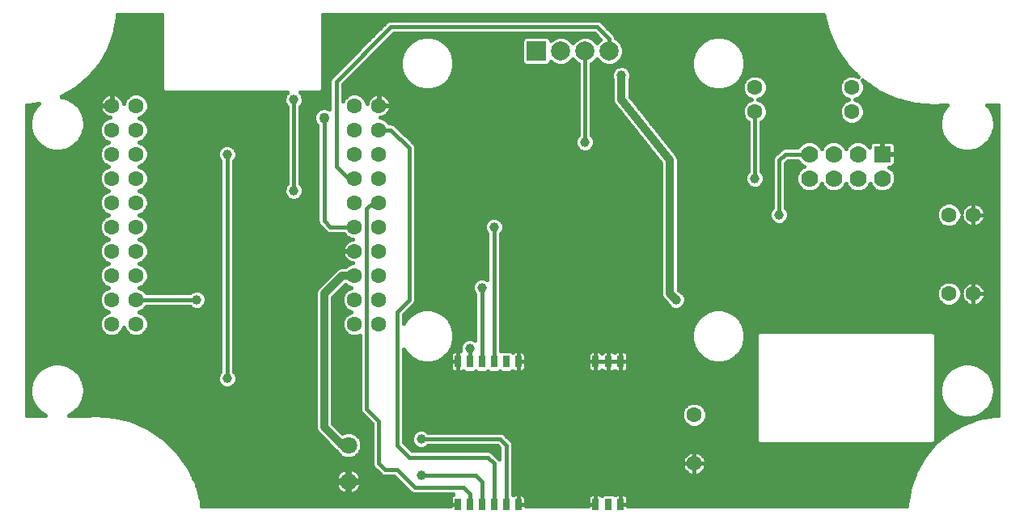
<source format=gtl>
G75*
%MOIN*%
%OFA0B0*%
%FSLAX25Y25*%
%IPPOS*%
%LPD*%
%AMOC8*
5,1,8,0,0,1.08239X$1,22.5*
%
%ADD10R,0.07874X0.07874*%
%ADD11C,0.07874*%
%ADD12C,0.06299*%
%ADD13C,0.07085*%
%ADD14R,0.02500X0.05000*%
%ADD15C,0.06300*%
%ADD16R,0.07000X0.07000*%
%ADD17C,0.07000*%
%ADD18C,0.01600*%
%ADD19C,0.03962*%
%ADD20C,0.03200*%
%ADD21C,0.04331*%
%ADD22C,0.01575*%
D10*
X0216787Y0226250D03*
D11*
X0226787Y0226250D03*
X0236787Y0226250D03*
X0246787Y0226250D03*
D12*
X0151787Y0203750D03*
X0141787Y0203750D03*
X0141787Y0193750D03*
X0151787Y0193750D03*
X0151787Y0183750D03*
X0141787Y0183750D03*
X0141787Y0173750D03*
X0151787Y0173750D03*
X0151787Y0163750D03*
X0141787Y0163750D03*
X0141787Y0153750D03*
X0151787Y0153750D03*
X0151787Y0143750D03*
X0141787Y0143750D03*
X0141787Y0133750D03*
X0151787Y0133750D03*
X0151787Y0123750D03*
X0141787Y0123750D03*
X0141787Y0113750D03*
X0151787Y0113750D03*
X0051787Y0113750D03*
X0041787Y0113750D03*
X0041787Y0123750D03*
X0051787Y0123750D03*
X0051787Y0133750D03*
X0041787Y0133750D03*
X0041787Y0143750D03*
X0051787Y0143750D03*
X0051787Y0153750D03*
X0041787Y0153750D03*
X0041787Y0163750D03*
X0051787Y0163750D03*
X0051787Y0173750D03*
X0041787Y0173750D03*
X0041787Y0183750D03*
X0051787Y0183750D03*
X0051787Y0193750D03*
X0041787Y0193750D03*
X0041787Y0203750D03*
X0051787Y0203750D03*
X0281787Y0076250D03*
X0281787Y0056250D03*
X0386787Y0126250D03*
X0396787Y0126250D03*
X0396787Y0158750D03*
X0386787Y0158750D03*
D13*
X0139287Y0063750D03*
X0139287Y0048750D03*
D14*
X0184287Y0039281D03*
X0189287Y0039281D03*
X0194287Y0039281D03*
X0199287Y0039281D03*
X0204287Y0039281D03*
X0209287Y0039281D03*
X0241098Y0039281D03*
X0246492Y0039281D03*
X0251492Y0039281D03*
X0251492Y0098219D03*
X0246492Y0098219D03*
X0241098Y0098219D03*
X0209287Y0098219D03*
X0204287Y0098219D03*
X0199287Y0098219D03*
X0194287Y0098219D03*
X0189287Y0098219D03*
X0184287Y0098219D03*
D15*
X0306787Y0201250D03*
X0306787Y0211250D03*
X0346787Y0211250D03*
X0346787Y0201250D03*
D16*
X0359287Y0183750D03*
D17*
X0349287Y0183750D03*
X0339287Y0183750D03*
X0329287Y0183750D03*
X0329287Y0173750D03*
X0339287Y0173750D03*
X0349287Y0173750D03*
X0359287Y0173750D03*
D18*
X0329287Y0183750D02*
X0319287Y0183750D01*
X0316787Y0181250D01*
X0316787Y0158750D01*
X0306787Y0173750D02*
X0306787Y0201250D01*
X0246787Y0226250D02*
X0246787Y0231250D01*
X0241787Y0236250D01*
X0156787Y0236250D01*
X0134287Y0213750D01*
X0134287Y0178750D01*
X0139287Y0173750D01*
X0141787Y0173750D01*
X0149287Y0163750D02*
X0146787Y0161250D01*
X0146787Y0078750D01*
X0151787Y0073750D01*
X0151787Y0056250D01*
X0154287Y0053750D01*
X0159287Y0053750D01*
X0166787Y0046250D01*
X0186787Y0046250D01*
X0189287Y0043750D01*
X0189287Y0039281D01*
X0194287Y0039281D02*
X0194287Y0048750D01*
X0191787Y0051250D01*
X0169287Y0051250D01*
X0164287Y0058750D02*
X0159287Y0063750D01*
X0159287Y0118750D01*
X0164287Y0123750D01*
X0164287Y0186250D01*
X0156787Y0193750D01*
X0151787Y0193750D01*
X0129287Y0198750D02*
X0129287Y0156250D01*
X0131787Y0153750D01*
X0141787Y0153750D01*
X0149287Y0163750D02*
X0151787Y0163750D01*
X0116787Y0168750D02*
X0116787Y0206250D01*
X0089287Y0183750D02*
X0089287Y0091250D01*
X0076787Y0123750D02*
X0051787Y0123750D01*
X0164287Y0058750D02*
X0196787Y0058750D01*
X0199287Y0056250D01*
X0199287Y0039281D01*
X0204287Y0039281D02*
X0204287Y0063750D01*
X0201787Y0066250D01*
X0169287Y0066250D01*
X0189287Y0098219D02*
X0189287Y0103750D01*
X0194287Y0098219D02*
X0194287Y0128750D01*
X0199287Y0153750D02*
X0199287Y0098219D01*
X0236787Y0188750D02*
X0236787Y0226250D01*
D19*
X0251787Y0216250D03*
X0236787Y0188750D03*
X0199287Y0153750D03*
X0194287Y0128750D03*
X0189287Y0103750D03*
X0169287Y0066250D03*
X0169287Y0051250D03*
X0089287Y0091250D03*
X0076787Y0123750D03*
X0116787Y0168750D03*
X0089287Y0183750D03*
X0116787Y0206250D03*
X0274287Y0123750D03*
X0316787Y0158750D03*
X0306787Y0173750D03*
D20*
X0271787Y0181250D02*
X0251787Y0206250D01*
X0251787Y0216250D01*
X0271787Y0181250D02*
X0271787Y0126250D01*
X0274287Y0123750D01*
X0141787Y0133750D02*
X0136787Y0133750D01*
X0129287Y0126250D01*
X0129287Y0071250D01*
X0136787Y0063750D01*
X0139287Y0063750D01*
D21*
X0156787Y0043750D03*
X0081787Y0043750D03*
X0019287Y0101250D03*
X0019287Y0181250D03*
X0051787Y0236250D03*
X0129287Y0198750D03*
X0141787Y0236250D03*
X0326787Y0236250D03*
X0394287Y0181250D03*
X0279287Y0111250D03*
X0184287Y0111250D03*
X0259287Y0043750D03*
X0364287Y0043750D03*
X0394287Y0101250D03*
D22*
X0181316Y0042263D02*
X0078199Y0042263D01*
X0078636Y0040690D02*
X0181250Y0040690D01*
X0181250Y0042017D02*
X0181250Y0039282D01*
X0184287Y0039282D01*
X0184287Y0039281D01*
X0181250Y0039281D01*
X0181250Y0038537D01*
X0078876Y0038537D01*
X0078684Y0040518D01*
X0076636Y0047889D01*
X0073340Y0054792D01*
X0068894Y0061017D01*
X0068894Y0061017D01*
X0063436Y0066376D01*
X0063436Y0066376D01*
X0063436Y0066376D01*
X0057129Y0070706D01*
X0050167Y0073875D01*
X0050167Y0073875D01*
X0042760Y0075787D01*
X0042760Y0075787D01*
X0035133Y0076384D01*
X0031556Y0076037D01*
X0024166Y0076037D01*
X0026216Y0077221D01*
X0028316Y0079322D01*
X0029802Y0081895D01*
X0030571Y0084764D01*
X0030571Y0087735D01*
X0029802Y0090605D01*
X0028316Y0093178D01*
X0026216Y0095279D01*
X0023643Y0096765D01*
X0020773Y0097533D01*
X0017802Y0097533D01*
X0014932Y0096765D01*
X0012359Y0095279D01*
X0010258Y0093178D01*
X0008773Y0090605D01*
X0008004Y0087735D01*
X0008004Y0084764D01*
X0008773Y0081895D01*
X0010258Y0079322D01*
X0012359Y0077221D01*
X0014409Y0076037D01*
X0006575Y0076037D01*
X0006575Y0203963D01*
X0007768Y0203963D01*
X0011744Y0204664D01*
X0010258Y0203178D01*
X0008773Y0200605D01*
X0008004Y0197735D01*
X0008004Y0194764D01*
X0008773Y0191895D01*
X0010258Y0189322D01*
X0012359Y0187221D01*
X0014932Y0185735D01*
X0017802Y0184967D01*
X0020773Y0184967D01*
X0023643Y0185735D01*
X0026216Y0187221D01*
X0028316Y0189322D01*
X0029802Y0191895D01*
X0030571Y0194764D01*
X0030571Y0197735D01*
X0029802Y0200605D01*
X0028316Y0203178D01*
X0026216Y0205279D01*
X0023643Y0206765D01*
X0020969Y0207481D01*
X0021166Y0207553D01*
X0027196Y0211034D01*
X0032529Y0215509D01*
X0037004Y0220842D01*
X0040485Y0226871D01*
X0042866Y0233413D01*
X0044075Y0240269D01*
X0044075Y0241463D01*
X0062319Y0241463D01*
X0062319Y0210435D01*
X0063472Y0209281D01*
X0114233Y0209281D01*
X0113439Y0208487D01*
X0112838Y0207036D01*
X0112838Y0205464D01*
X0113439Y0204013D01*
X0114019Y0203433D01*
X0114019Y0171567D01*
X0113439Y0170987D01*
X0112838Y0169536D01*
X0112838Y0167964D01*
X0113439Y0166513D01*
X0114550Y0165402D01*
X0116002Y0164800D01*
X0117573Y0164800D01*
X0119025Y0165402D01*
X0120136Y0166513D01*
X0120737Y0167964D01*
X0120737Y0169536D01*
X0120136Y0170987D01*
X0119556Y0171567D01*
X0119556Y0203433D01*
X0120136Y0204013D01*
X0120737Y0205464D01*
X0120737Y0207036D01*
X0120136Y0208487D01*
X0119341Y0209281D01*
X0127603Y0209281D01*
X0128756Y0210435D01*
X0128756Y0241463D01*
X0334975Y0241463D01*
X0337005Y0233988D01*
X0340447Y0226672D01*
X0340447Y0226672D01*
X0345107Y0220065D01*
X0345107Y0220065D01*
X0349559Y0215642D01*
X0347806Y0216368D01*
X0345769Y0216368D01*
X0343888Y0215589D01*
X0342448Y0214149D01*
X0341669Y0212268D01*
X0341669Y0210232D01*
X0342448Y0208351D01*
X0343888Y0206911D01*
X0345483Y0206250D01*
X0343888Y0205589D01*
X0342448Y0204149D01*
X0341669Y0202268D01*
X0341669Y0200232D01*
X0342448Y0198351D01*
X0343888Y0196911D01*
X0345769Y0196131D01*
X0347806Y0196131D01*
X0349687Y0196911D01*
X0351127Y0198351D01*
X0351906Y0200232D01*
X0351906Y0202268D01*
X0351127Y0204149D01*
X0349687Y0205589D01*
X0348092Y0206250D01*
X0349687Y0206911D01*
X0351127Y0208351D01*
X0351906Y0210232D01*
X0351906Y0212268D01*
X0351127Y0214149D01*
X0351060Y0214216D01*
X0357482Y0209752D01*
X0364821Y0206360D01*
X0372638Y0204294D01*
X0380695Y0203616D01*
X0384505Y0203963D01*
X0386043Y0203963D01*
X0385258Y0203178D01*
X0383773Y0200605D01*
X0383004Y0197735D01*
X0383004Y0194764D01*
X0383773Y0191895D01*
X0385258Y0189322D01*
X0387359Y0187221D01*
X0389932Y0185735D01*
X0392802Y0184967D01*
X0395773Y0184967D01*
X0398643Y0185735D01*
X0401216Y0187221D01*
X0403316Y0189322D01*
X0404802Y0191895D01*
X0405571Y0194764D01*
X0405571Y0197735D01*
X0404802Y0200605D01*
X0403316Y0203178D01*
X0402532Y0203963D01*
X0407000Y0203963D01*
X0407000Y0076037D01*
X0405806Y0076037D01*
X0398950Y0074828D01*
X0392408Y0072447D01*
X0386379Y0068966D01*
X0381046Y0064491D01*
X0376571Y0059158D01*
X0373090Y0053129D01*
X0370709Y0046587D01*
X0369500Y0039731D01*
X0369500Y0038537D01*
X0254530Y0038537D01*
X0254530Y0039281D01*
X0251492Y0039281D01*
X0251492Y0039282D01*
X0251492Y0043569D01*
X0250007Y0043569D01*
X0249552Y0043447D01*
X0249145Y0043212D01*
X0249120Y0043187D01*
X0248558Y0043750D01*
X0244427Y0043750D01*
X0243667Y0042990D01*
X0243446Y0043212D01*
X0243038Y0043447D01*
X0242584Y0043569D01*
X0241098Y0043569D01*
X0239613Y0043569D01*
X0239159Y0043447D01*
X0238751Y0043212D01*
X0238418Y0042879D01*
X0238183Y0042471D01*
X0238061Y0042017D01*
X0238061Y0039282D01*
X0241098Y0039282D01*
X0241098Y0043569D01*
X0241098Y0039282D01*
X0241098Y0039282D01*
X0241098Y0039281D01*
X0238061Y0039281D01*
X0238061Y0038537D01*
X0212325Y0038537D01*
X0212325Y0039281D01*
X0209288Y0039281D01*
X0209288Y0039282D01*
X0212325Y0039282D01*
X0212325Y0042017D01*
X0212203Y0042471D01*
X0211968Y0042879D01*
X0211635Y0043212D01*
X0211227Y0043447D01*
X0210773Y0043569D01*
X0209287Y0043569D01*
X0207802Y0043569D01*
X0207347Y0043447D01*
X0207056Y0043279D01*
X0207056Y0064301D01*
X0206634Y0065318D01*
X0204134Y0067818D01*
X0203356Y0068597D01*
X0202338Y0069018D01*
X0172104Y0069018D01*
X0171525Y0069598D01*
X0170073Y0070200D01*
X0168502Y0070200D01*
X0167050Y0069598D01*
X0165939Y0068487D01*
X0165338Y0067036D01*
X0165338Y0065464D01*
X0165939Y0064013D01*
X0167050Y0062902D01*
X0168502Y0062300D01*
X0170073Y0062300D01*
X0171525Y0062902D01*
X0172104Y0063481D01*
X0200641Y0063481D01*
X0201519Y0062603D01*
X0201519Y0057934D01*
X0199134Y0060318D01*
X0198356Y0061097D01*
X0197338Y0061518D01*
X0165434Y0061518D01*
X0162056Y0064897D01*
X0162056Y0103432D01*
X0162916Y0101943D01*
X0164980Y0099878D01*
X0167508Y0098419D01*
X0170328Y0097663D01*
X0173247Y0097663D01*
X0176067Y0098419D01*
X0178595Y0099878D01*
X0180659Y0101943D01*
X0182118Y0104471D01*
X0182874Y0107290D01*
X0182874Y0110210D01*
X0182118Y0113029D01*
X0180659Y0115557D01*
X0178595Y0117621D01*
X0176067Y0119081D01*
X0173247Y0119837D01*
X0170328Y0119837D01*
X0167508Y0119081D01*
X0164980Y0117621D01*
X0162916Y0115557D01*
X0162056Y0114068D01*
X0162056Y0117603D01*
X0166634Y0122182D01*
X0167056Y0123199D01*
X0167056Y0186801D01*
X0166634Y0187818D01*
X0158356Y0196097D01*
X0157338Y0196518D01*
X0156180Y0196518D01*
X0156126Y0196649D01*
X0154687Y0198089D01*
X0152805Y0198868D01*
X0152524Y0198868D01*
X0152943Y0198935D01*
X0153683Y0199175D01*
X0154375Y0199527D01*
X0155004Y0199984D01*
X0155553Y0200534D01*
X0156010Y0201162D01*
X0156363Y0201855D01*
X0156603Y0202594D01*
X0156724Y0203361D01*
X0156724Y0203553D01*
X0151984Y0203553D01*
X0151984Y0203947D01*
X0151591Y0203947D01*
X0151591Y0208687D01*
X0151399Y0208687D01*
X0150631Y0208565D01*
X0149892Y0208325D01*
X0149200Y0207973D01*
X0148571Y0207516D01*
X0148022Y0206966D01*
X0147565Y0206338D01*
X0147212Y0205645D01*
X0146972Y0204906D01*
X0146905Y0204486D01*
X0146905Y0204768D01*
X0146126Y0206649D01*
X0144687Y0208089D01*
X0142805Y0208868D01*
X0140769Y0208868D01*
X0138888Y0208089D01*
X0137448Y0206649D01*
X0137056Y0205701D01*
X0137056Y0212603D01*
X0157934Y0233481D01*
X0240641Y0233481D01*
X0243154Y0230968D01*
X0241787Y0229602D01*
X0240133Y0231256D01*
X0237962Y0232155D01*
X0235613Y0232155D01*
X0233442Y0231256D01*
X0231787Y0229602D01*
X0230133Y0231256D01*
X0227962Y0232155D01*
X0225613Y0232155D01*
X0223442Y0231256D01*
X0222693Y0230507D01*
X0222693Y0231002D01*
X0221540Y0232155D01*
X0212035Y0232155D01*
X0210882Y0231002D01*
X0210882Y0221498D01*
X0212035Y0220344D01*
X0221540Y0220344D01*
X0222693Y0221498D01*
X0222693Y0221993D01*
X0223442Y0221244D01*
X0225613Y0220344D01*
X0227962Y0220344D01*
X0230133Y0221244D01*
X0231787Y0222898D01*
X0233442Y0221244D01*
X0234019Y0221005D01*
X0234019Y0191567D01*
X0233439Y0190987D01*
X0232838Y0189536D01*
X0232838Y0187964D01*
X0233439Y0186513D01*
X0234550Y0185402D01*
X0236002Y0184800D01*
X0237573Y0184800D01*
X0239025Y0185402D01*
X0240136Y0186513D01*
X0240737Y0187964D01*
X0240737Y0189536D01*
X0240136Y0190987D01*
X0239556Y0191567D01*
X0239556Y0221005D01*
X0240133Y0221244D01*
X0241787Y0222898D01*
X0243442Y0221244D01*
X0245613Y0220344D01*
X0247962Y0220344D01*
X0250133Y0221244D01*
X0251794Y0222905D01*
X0252693Y0225075D01*
X0252693Y0227425D01*
X0251794Y0229595D01*
X0250133Y0231256D01*
X0249556Y0231495D01*
X0249556Y0231801D01*
X0249134Y0232818D01*
X0248356Y0233597D01*
X0243356Y0238597D01*
X0242338Y0239018D01*
X0156237Y0239018D01*
X0155219Y0238597D01*
X0154440Y0237818D01*
X0131940Y0215318D01*
X0131519Y0214301D01*
X0131519Y0202300D01*
X0130110Y0202884D01*
X0128465Y0202884D01*
X0126946Y0202255D01*
X0125783Y0201092D01*
X0125154Y0199572D01*
X0125154Y0197928D01*
X0125783Y0196408D01*
X0126519Y0195672D01*
X0126519Y0155699D01*
X0126940Y0154682D01*
X0129440Y0152182D01*
X0130219Y0151403D01*
X0131237Y0150981D01*
X0137394Y0150981D01*
X0137448Y0150851D01*
X0138888Y0149411D01*
X0140769Y0148632D01*
X0141051Y0148632D01*
X0140631Y0148565D01*
X0139892Y0148325D01*
X0139200Y0147973D01*
X0138571Y0147516D01*
X0138022Y0146966D01*
X0137565Y0146338D01*
X0137212Y0145645D01*
X0136972Y0144906D01*
X0136850Y0144139D01*
X0136850Y0143947D01*
X0141590Y0143947D01*
X0141590Y0143553D01*
X0136850Y0143553D01*
X0136850Y0143361D01*
X0136972Y0142594D01*
X0137212Y0141855D01*
X0137565Y0141162D01*
X0138022Y0140534D01*
X0138571Y0139984D01*
X0139200Y0139527D01*
X0139892Y0139175D01*
X0140631Y0138935D01*
X0141051Y0138868D01*
X0140769Y0138868D01*
X0138888Y0138089D01*
X0138118Y0137318D01*
X0136078Y0137318D01*
X0134766Y0136775D01*
X0133762Y0135771D01*
X0126262Y0128271D01*
X0125719Y0126960D01*
X0125719Y0070540D01*
X0126262Y0069229D01*
X0127266Y0068225D01*
X0134440Y0061051D01*
X0134615Y0060628D01*
X0136166Y0059078D01*
X0138191Y0058239D01*
X0140384Y0058239D01*
X0142409Y0059078D01*
X0143960Y0060628D01*
X0144799Y0062654D01*
X0144799Y0064846D01*
X0143960Y0066872D01*
X0142409Y0068422D01*
X0140384Y0069261D01*
X0138191Y0069261D01*
X0136870Y0068714D01*
X0132856Y0072728D01*
X0132856Y0124772D01*
X0138192Y0130108D01*
X0138888Y0129411D01*
X0140484Y0128750D01*
X0138888Y0128089D01*
X0137448Y0126649D01*
X0136669Y0124768D01*
X0136669Y0122732D01*
X0137448Y0120851D01*
X0138888Y0119411D01*
X0140484Y0118750D01*
X0138888Y0118089D01*
X0137448Y0116649D01*
X0136669Y0114768D01*
X0136669Y0112732D01*
X0137448Y0110851D01*
X0138888Y0109411D01*
X0140769Y0108632D01*
X0142805Y0108632D01*
X0144019Y0109135D01*
X0144019Y0078199D01*
X0144440Y0077182D01*
X0149019Y0072603D01*
X0149019Y0055699D01*
X0149440Y0054682D01*
X0151940Y0052182D01*
X0152719Y0051403D01*
X0153737Y0050981D01*
X0158141Y0050981D01*
X0165219Y0043903D01*
X0166237Y0043481D01*
X0182476Y0043481D01*
X0182347Y0043447D01*
X0181940Y0043212D01*
X0181607Y0042879D01*
X0181372Y0042471D01*
X0181250Y0042017D01*
X0181250Y0039117D02*
X0078820Y0039117D01*
X0077762Y0043837D02*
X0137190Y0043837D01*
X0137241Y0043810D02*
X0138039Y0043551D01*
X0138868Y0043420D01*
X0138894Y0043420D01*
X0138894Y0048356D01*
X0139681Y0048356D01*
X0139681Y0043420D01*
X0139707Y0043420D01*
X0140536Y0043551D01*
X0141333Y0043810D01*
X0142081Y0044191D01*
X0142760Y0044684D01*
X0143353Y0045278D01*
X0143846Y0045956D01*
X0144227Y0046704D01*
X0144486Y0047502D01*
X0144618Y0048330D01*
X0144617Y0048356D01*
X0139681Y0048356D01*
X0139681Y0049144D01*
X0138894Y0049144D01*
X0138894Y0054080D01*
X0138868Y0054080D01*
X0138039Y0053949D01*
X0137241Y0053690D01*
X0136494Y0053309D01*
X0135815Y0052816D01*
X0135222Y0052222D01*
X0134729Y0051544D01*
X0134348Y0050796D01*
X0134089Y0049998D01*
X0133957Y0049169D01*
X0133957Y0049144D01*
X0138894Y0049144D01*
X0138894Y0048356D01*
X0133957Y0048356D01*
X0133957Y0048330D01*
X0134089Y0047502D01*
X0134348Y0046704D01*
X0134729Y0045956D01*
X0135222Y0045278D01*
X0135815Y0044684D01*
X0136494Y0044191D01*
X0137241Y0043810D01*
X0138894Y0043837D02*
X0139681Y0043837D01*
X0139681Y0045410D02*
X0138894Y0045410D01*
X0138894Y0046983D02*
X0139681Y0046983D01*
X0139681Y0048556D02*
X0160566Y0048556D01*
X0162139Y0046983D02*
X0144318Y0046983D01*
X0143449Y0045410D02*
X0163712Y0045410D01*
X0165380Y0043837D02*
X0141385Y0043837D01*
X0138894Y0048556D02*
X0076317Y0048556D01*
X0076636Y0047889D02*
X0076636Y0047889D01*
X0076888Y0046983D02*
X0134257Y0046983D01*
X0135126Y0045410D02*
X0077325Y0045410D01*
X0075566Y0050130D02*
X0134131Y0050130D01*
X0134845Y0051703D02*
X0074815Y0051703D01*
X0074063Y0053276D02*
X0136449Y0053276D01*
X0138894Y0053276D02*
X0139681Y0053276D01*
X0139681Y0054080D02*
X0139681Y0049144D01*
X0144618Y0049144D01*
X0144618Y0049169D01*
X0144486Y0049998D01*
X0144227Y0050796D01*
X0143846Y0051544D01*
X0143353Y0052222D01*
X0142760Y0052816D01*
X0142081Y0053309D01*
X0141333Y0053690D01*
X0140536Y0053949D01*
X0139707Y0054080D01*
X0139681Y0054080D01*
X0139681Y0051703D02*
X0138894Y0051703D01*
X0138894Y0050130D02*
X0139681Y0050130D01*
X0142125Y0053276D02*
X0150846Y0053276D01*
X0149371Y0054850D02*
X0073298Y0054850D01*
X0073340Y0054792D02*
X0073340Y0054792D01*
X0072175Y0056423D02*
X0149019Y0056423D01*
X0149019Y0057996D02*
X0071051Y0057996D01*
X0069928Y0059570D02*
X0135674Y0059570D01*
X0134348Y0061143D02*
X0068766Y0061143D01*
X0067164Y0062716D02*
X0132774Y0062716D01*
X0131201Y0064290D02*
X0065561Y0064290D01*
X0063959Y0065863D02*
X0129628Y0065863D01*
X0128055Y0067436D02*
X0061892Y0067436D01*
X0059601Y0069010D02*
X0126481Y0069010D01*
X0125719Y0070583D02*
X0057309Y0070583D01*
X0057129Y0070706D02*
X0057129Y0070706D01*
X0053944Y0072156D02*
X0125719Y0072156D01*
X0125719Y0073729D02*
X0050487Y0073729D01*
X0044636Y0075303D02*
X0125719Y0075303D01*
X0125719Y0076876D02*
X0025618Y0076876D01*
X0027444Y0078449D02*
X0125719Y0078449D01*
X0125719Y0080023D02*
X0028721Y0080023D01*
X0029629Y0081596D02*
X0125719Y0081596D01*
X0125719Y0083169D02*
X0030143Y0083169D01*
X0030565Y0084743D02*
X0125719Y0084743D01*
X0125719Y0086316D02*
X0030571Y0086316D01*
X0030530Y0087889D02*
X0087080Y0087889D01*
X0087050Y0087902D02*
X0088502Y0087300D01*
X0090073Y0087300D01*
X0091525Y0087902D01*
X0092636Y0089013D01*
X0093237Y0090464D01*
X0093237Y0092036D01*
X0092636Y0093487D01*
X0092056Y0094067D01*
X0092056Y0180933D01*
X0092636Y0181513D01*
X0093237Y0182964D01*
X0093237Y0184536D01*
X0092636Y0185987D01*
X0091525Y0187098D01*
X0090073Y0187700D01*
X0088502Y0187700D01*
X0087050Y0187098D01*
X0085939Y0185987D01*
X0085338Y0184536D01*
X0085338Y0182964D01*
X0085939Y0181513D01*
X0086519Y0180933D01*
X0086519Y0094067D01*
X0085939Y0093487D01*
X0085338Y0092036D01*
X0085338Y0090464D01*
X0085939Y0089013D01*
X0087050Y0087902D01*
X0085753Y0089463D02*
X0030108Y0089463D01*
X0029553Y0091036D02*
X0085338Y0091036D01*
X0085575Y0092609D02*
X0028645Y0092609D01*
X0027312Y0094183D02*
X0086519Y0094183D01*
X0086519Y0095756D02*
X0025390Y0095756D01*
X0021535Y0097329D02*
X0086519Y0097329D01*
X0086519Y0098903D02*
X0006575Y0098903D01*
X0006575Y0100476D02*
X0086519Y0100476D01*
X0086519Y0102049D02*
X0006575Y0102049D01*
X0006575Y0103622D02*
X0086519Y0103622D01*
X0086519Y0105196D02*
X0006575Y0105196D01*
X0006575Y0106769D02*
X0086519Y0106769D01*
X0086519Y0108342D02*
X0006575Y0108342D01*
X0006575Y0109916D02*
X0038384Y0109916D01*
X0038888Y0109411D02*
X0040769Y0108632D01*
X0042805Y0108632D01*
X0044687Y0109411D01*
X0046126Y0110851D01*
X0046787Y0112447D01*
X0047448Y0110851D01*
X0048888Y0109411D01*
X0050769Y0108632D01*
X0052805Y0108632D01*
X0054687Y0109411D01*
X0056126Y0110851D01*
X0056905Y0112732D01*
X0056905Y0114768D01*
X0056126Y0116649D01*
X0054687Y0118089D01*
X0053091Y0118750D01*
X0054687Y0119411D01*
X0056126Y0120851D01*
X0056180Y0120981D01*
X0073970Y0120981D01*
X0074550Y0120402D01*
X0076002Y0119800D01*
X0077573Y0119800D01*
X0079025Y0120402D01*
X0080136Y0121513D01*
X0080737Y0122964D01*
X0080737Y0124536D01*
X0080136Y0125987D01*
X0079025Y0127098D01*
X0077573Y0127700D01*
X0076002Y0127700D01*
X0074550Y0127098D01*
X0073970Y0126518D01*
X0056180Y0126518D01*
X0056126Y0126649D01*
X0054687Y0128089D01*
X0053091Y0128750D01*
X0054687Y0129411D01*
X0056126Y0130851D01*
X0056905Y0132732D01*
X0056905Y0134768D01*
X0056126Y0136649D01*
X0054687Y0138089D01*
X0053091Y0138750D01*
X0054687Y0139411D01*
X0056126Y0140851D01*
X0056905Y0142732D01*
X0056905Y0144768D01*
X0056126Y0146649D01*
X0054687Y0148089D01*
X0053091Y0148750D01*
X0054687Y0149411D01*
X0056126Y0150851D01*
X0056905Y0152732D01*
X0056905Y0154768D01*
X0056126Y0156649D01*
X0054687Y0158089D01*
X0053091Y0158750D01*
X0054687Y0159411D01*
X0056126Y0160851D01*
X0056905Y0162732D01*
X0056905Y0164768D01*
X0056126Y0166649D01*
X0054687Y0168089D01*
X0053091Y0168750D01*
X0054687Y0169411D01*
X0056126Y0170851D01*
X0056905Y0172732D01*
X0056905Y0174768D01*
X0056126Y0176649D01*
X0054687Y0178089D01*
X0053091Y0178750D01*
X0054687Y0179411D01*
X0056126Y0180851D01*
X0056905Y0182732D01*
X0056905Y0184768D01*
X0056126Y0186649D01*
X0054687Y0188089D01*
X0053091Y0188750D01*
X0054687Y0189411D01*
X0056126Y0190851D01*
X0056905Y0192732D01*
X0056905Y0194768D01*
X0056126Y0196649D01*
X0054687Y0198089D01*
X0053091Y0198750D01*
X0054687Y0199411D01*
X0056126Y0200851D01*
X0056905Y0202732D01*
X0056905Y0204768D01*
X0056126Y0206649D01*
X0054687Y0208089D01*
X0052805Y0208868D01*
X0050769Y0208868D01*
X0048888Y0208089D01*
X0047448Y0206649D01*
X0046669Y0204768D01*
X0046669Y0204486D01*
X0046603Y0204906D01*
X0046363Y0205645D01*
X0046010Y0206338D01*
X0045553Y0206966D01*
X0045004Y0207516D01*
X0044375Y0207973D01*
X0043683Y0208325D01*
X0042943Y0208565D01*
X0042176Y0208687D01*
X0041984Y0208687D01*
X0041984Y0203947D01*
X0041591Y0203947D01*
X0041591Y0208687D01*
X0041399Y0208687D01*
X0040631Y0208565D01*
X0039892Y0208325D01*
X0039200Y0207973D01*
X0038571Y0207516D01*
X0038022Y0206966D01*
X0037565Y0206338D01*
X0037212Y0205645D01*
X0036972Y0204906D01*
X0036850Y0204139D01*
X0036850Y0203947D01*
X0041590Y0203947D01*
X0041590Y0203553D01*
X0036850Y0203553D01*
X0036850Y0203361D01*
X0036972Y0202594D01*
X0037212Y0201855D01*
X0037565Y0201162D01*
X0038022Y0200534D01*
X0038571Y0199984D01*
X0039200Y0199527D01*
X0039892Y0199175D01*
X0040631Y0198935D01*
X0041051Y0198868D01*
X0040769Y0198868D01*
X0038888Y0198089D01*
X0037448Y0196649D01*
X0036669Y0194768D01*
X0036669Y0192732D01*
X0037448Y0190851D01*
X0038888Y0189411D01*
X0040484Y0188750D01*
X0038888Y0188089D01*
X0037448Y0186649D01*
X0036669Y0184768D01*
X0036669Y0182732D01*
X0037448Y0180851D01*
X0038888Y0179411D01*
X0040484Y0178750D01*
X0038888Y0178089D01*
X0037448Y0176649D01*
X0036669Y0174768D01*
X0036669Y0172732D01*
X0037448Y0170851D01*
X0038888Y0169411D01*
X0040484Y0168750D01*
X0038888Y0168089D01*
X0037448Y0166649D01*
X0036669Y0164768D01*
X0036669Y0162732D01*
X0037448Y0160851D01*
X0038888Y0159411D01*
X0040484Y0158750D01*
X0038888Y0158089D01*
X0037448Y0156649D01*
X0036669Y0154768D01*
X0036669Y0152732D01*
X0037448Y0150851D01*
X0038888Y0149411D01*
X0040484Y0148750D01*
X0038888Y0148089D01*
X0037448Y0146649D01*
X0036669Y0144768D01*
X0036669Y0142732D01*
X0037448Y0140851D01*
X0038888Y0139411D01*
X0040484Y0138750D01*
X0038888Y0138089D01*
X0037448Y0136649D01*
X0036669Y0134768D01*
X0036669Y0132732D01*
X0037448Y0130851D01*
X0038888Y0129411D01*
X0040484Y0128750D01*
X0038888Y0128089D01*
X0037448Y0126649D01*
X0036669Y0124768D01*
X0036669Y0122732D01*
X0037448Y0120851D01*
X0038888Y0119411D01*
X0040484Y0118750D01*
X0038888Y0118089D01*
X0037448Y0116649D01*
X0036669Y0114768D01*
X0036669Y0112732D01*
X0037448Y0110851D01*
X0038888Y0109411D01*
X0037184Y0111489D02*
X0006575Y0111489D01*
X0006575Y0113062D02*
X0036669Y0113062D01*
X0036669Y0114636D02*
X0006575Y0114636D01*
X0006575Y0116209D02*
X0037266Y0116209D01*
X0038582Y0117782D02*
X0006575Y0117782D01*
X0006575Y0119356D02*
X0039022Y0119356D01*
X0037416Y0120929D02*
X0006575Y0120929D01*
X0006575Y0122502D02*
X0036764Y0122502D01*
X0036669Y0124076D02*
X0006575Y0124076D01*
X0006575Y0125649D02*
X0037034Y0125649D01*
X0038021Y0127222D02*
X0006575Y0127222D01*
X0006575Y0128795D02*
X0040374Y0128795D01*
X0037930Y0130369D02*
X0006575Y0130369D01*
X0006575Y0131942D02*
X0036996Y0131942D01*
X0036669Y0133515D02*
X0006575Y0133515D01*
X0006575Y0135089D02*
X0036802Y0135089D01*
X0037461Y0136662D02*
X0006575Y0136662D01*
X0006575Y0138235D02*
X0039242Y0138235D01*
X0038491Y0139809D02*
X0006575Y0139809D01*
X0006575Y0141382D02*
X0037228Y0141382D01*
X0036669Y0142955D02*
X0006575Y0142955D01*
X0006575Y0144529D02*
X0036669Y0144529D01*
X0037222Y0146102D02*
X0006575Y0146102D01*
X0006575Y0147675D02*
X0038475Y0147675D01*
X0039280Y0149249D02*
X0006575Y0149249D01*
X0006575Y0150822D02*
X0037477Y0150822D01*
X0036809Y0152395D02*
X0006575Y0152395D01*
X0006575Y0153969D02*
X0036669Y0153969D01*
X0036990Y0155542D02*
X0006575Y0155542D01*
X0006575Y0157115D02*
X0037914Y0157115D01*
X0040336Y0158688D02*
X0006575Y0158688D01*
X0006575Y0160262D02*
X0038038Y0160262D01*
X0037041Y0161835D02*
X0006575Y0161835D01*
X0006575Y0163408D02*
X0036669Y0163408D01*
X0036758Y0164982D02*
X0006575Y0164982D01*
X0006575Y0166555D02*
X0037409Y0166555D01*
X0038983Y0168128D02*
X0006575Y0168128D01*
X0006575Y0169702D02*
X0038598Y0169702D01*
X0037273Y0171275D02*
X0006575Y0171275D01*
X0006575Y0172848D02*
X0036669Y0172848D01*
X0036669Y0174422D02*
X0006575Y0174422D01*
X0006575Y0175995D02*
X0037177Y0175995D01*
X0038368Y0177568D02*
X0006575Y0177568D01*
X0006575Y0179142D02*
X0039539Y0179142D01*
X0037584Y0180715D02*
X0006575Y0180715D01*
X0006575Y0182288D02*
X0036853Y0182288D01*
X0036669Y0183862D02*
X0006575Y0183862D01*
X0006575Y0185435D02*
X0016054Y0185435D01*
X0012728Y0187008D02*
X0006575Y0187008D01*
X0006575Y0188581D02*
X0010999Y0188581D01*
X0009777Y0190155D02*
X0006575Y0190155D01*
X0006575Y0191728D02*
X0008869Y0191728D01*
X0008396Y0193301D02*
X0006575Y0193301D01*
X0006575Y0194875D02*
X0008004Y0194875D01*
X0008004Y0196448D02*
X0006575Y0196448D01*
X0006575Y0198021D02*
X0008081Y0198021D01*
X0008502Y0199595D02*
X0006575Y0199595D01*
X0006575Y0201168D02*
X0009098Y0201168D01*
X0010006Y0202741D02*
X0006575Y0202741D01*
X0009765Y0204315D02*
X0011395Y0204315D01*
X0021042Y0207461D02*
X0038517Y0207461D01*
X0037336Y0205888D02*
X0025161Y0205888D01*
X0027180Y0204315D02*
X0036878Y0204315D01*
X0036949Y0202741D02*
X0028569Y0202741D01*
X0029477Y0201168D02*
X0037562Y0201168D01*
X0039107Y0199595D02*
X0030073Y0199595D01*
X0030494Y0198021D02*
X0038821Y0198021D01*
X0037365Y0196448D02*
X0030571Y0196448D01*
X0030571Y0194875D02*
X0036713Y0194875D01*
X0036669Y0193301D02*
X0030179Y0193301D01*
X0029706Y0191728D02*
X0037085Y0191728D01*
X0038145Y0190155D02*
X0028797Y0190155D01*
X0027576Y0188581D02*
X0040077Y0188581D01*
X0037807Y0187008D02*
X0025847Y0187008D01*
X0022521Y0185435D02*
X0036945Y0185435D01*
X0053497Y0188581D02*
X0114019Y0188581D01*
X0114019Y0187008D02*
X0091615Y0187008D01*
X0092865Y0185435D02*
X0114019Y0185435D01*
X0114019Y0183862D02*
X0093237Y0183862D01*
X0092957Y0182288D02*
X0114019Y0182288D01*
X0114019Y0180715D02*
X0092056Y0180715D01*
X0092056Y0179142D02*
X0114019Y0179142D01*
X0114019Y0177568D02*
X0092056Y0177568D01*
X0092056Y0175995D02*
X0114019Y0175995D01*
X0114019Y0174422D02*
X0092056Y0174422D01*
X0092056Y0172848D02*
X0114019Y0172848D01*
X0113727Y0171275D02*
X0092056Y0171275D01*
X0092056Y0169702D02*
X0112907Y0169702D01*
X0112838Y0168128D02*
X0092056Y0168128D01*
X0092056Y0166555D02*
X0113422Y0166555D01*
X0115564Y0164982D02*
X0092056Y0164982D01*
X0092056Y0163408D02*
X0126519Y0163408D01*
X0126519Y0161835D02*
X0092056Y0161835D01*
X0092056Y0160262D02*
X0126519Y0160262D01*
X0126519Y0158688D02*
X0092056Y0158688D01*
X0092056Y0157115D02*
X0126519Y0157115D01*
X0126584Y0155542D02*
X0092056Y0155542D01*
X0092056Y0153969D02*
X0127654Y0153969D01*
X0129227Y0152395D02*
X0092056Y0152395D01*
X0092056Y0150822D02*
X0137477Y0150822D01*
X0139280Y0149249D02*
X0092056Y0149249D01*
X0092056Y0147675D02*
X0138791Y0147675D01*
X0137445Y0146102D02*
X0092056Y0146102D01*
X0092056Y0144529D02*
X0136912Y0144529D01*
X0136915Y0142955D02*
X0092056Y0142955D01*
X0092056Y0141382D02*
X0137453Y0141382D01*
X0138813Y0139809D02*
X0092056Y0139809D01*
X0092056Y0138235D02*
X0139242Y0138235D01*
X0134653Y0136662D02*
X0092056Y0136662D01*
X0092056Y0135089D02*
X0133080Y0135089D01*
X0131506Y0133515D02*
X0092056Y0133515D01*
X0092056Y0131942D02*
X0129933Y0131942D01*
X0128360Y0130369D02*
X0092056Y0130369D01*
X0092056Y0128795D02*
X0126786Y0128795D01*
X0125828Y0127222D02*
X0092056Y0127222D01*
X0092056Y0125649D02*
X0125719Y0125649D01*
X0125719Y0124076D02*
X0092056Y0124076D01*
X0092056Y0122502D02*
X0125719Y0122502D01*
X0125719Y0120929D02*
X0092056Y0120929D01*
X0092056Y0119356D02*
X0125719Y0119356D01*
X0125719Y0117782D02*
X0092056Y0117782D01*
X0092056Y0116209D02*
X0125719Y0116209D01*
X0125719Y0114636D02*
X0092056Y0114636D01*
X0092056Y0113062D02*
X0125719Y0113062D01*
X0125719Y0111489D02*
X0092056Y0111489D01*
X0092056Y0109916D02*
X0125719Y0109916D01*
X0125719Y0108342D02*
X0092056Y0108342D01*
X0092056Y0106769D02*
X0125719Y0106769D01*
X0125719Y0105196D02*
X0092056Y0105196D01*
X0092056Y0103622D02*
X0125719Y0103622D01*
X0125719Y0102049D02*
X0092056Y0102049D01*
X0092056Y0100476D02*
X0125719Y0100476D01*
X0125719Y0098903D02*
X0092056Y0098903D01*
X0092056Y0097329D02*
X0125719Y0097329D01*
X0125719Y0095756D02*
X0092056Y0095756D01*
X0092056Y0094183D02*
X0125719Y0094183D01*
X0125719Y0092609D02*
X0092999Y0092609D01*
X0093237Y0091036D02*
X0125719Y0091036D01*
X0125719Y0089463D02*
X0092822Y0089463D01*
X0091495Y0087889D02*
X0125719Y0087889D01*
X0132856Y0087889D02*
X0144019Y0087889D01*
X0144019Y0086316D02*
X0132856Y0086316D01*
X0132856Y0084743D02*
X0144019Y0084743D01*
X0144019Y0083169D02*
X0132856Y0083169D01*
X0132856Y0081596D02*
X0144019Y0081596D01*
X0144019Y0080023D02*
X0132856Y0080023D01*
X0132856Y0078449D02*
X0144019Y0078449D01*
X0144746Y0076876D02*
X0132856Y0076876D01*
X0132856Y0075303D02*
X0146319Y0075303D01*
X0147893Y0073729D02*
X0132856Y0073729D01*
X0133428Y0072156D02*
X0149019Y0072156D01*
X0149019Y0070583D02*
X0135001Y0070583D01*
X0136574Y0069010D02*
X0137584Y0069010D01*
X0140991Y0069010D02*
X0149019Y0069010D01*
X0149019Y0067436D02*
X0143395Y0067436D01*
X0144377Y0065863D02*
X0149019Y0065863D01*
X0149019Y0064290D02*
X0144799Y0064290D01*
X0144799Y0062716D02*
X0149019Y0062716D01*
X0149019Y0061143D02*
X0144173Y0061143D01*
X0142901Y0059570D02*
X0149019Y0059570D01*
X0162663Y0064290D02*
X0165824Y0064290D01*
X0165338Y0065863D02*
X0162056Y0065863D01*
X0162056Y0067436D02*
X0165504Y0067436D01*
X0166461Y0069010D02*
X0162056Y0069010D01*
X0162056Y0070583D02*
X0307319Y0070583D01*
X0307319Y0072156D02*
X0284932Y0072156D01*
X0284687Y0071911D02*
X0286126Y0073351D01*
X0286905Y0075232D01*
X0286905Y0077268D01*
X0286126Y0079149D01*
X0284687Y0080589D01*
X0282805Y0081368D01*
X0280769Y0081368D01*
X0278888Y0080589D01*
X0277448Y0079149D01*
X0276669Y0077268D01*
X0276669Y0075232D01*
X0277448Y0073351D01*
X0278888Y0071911D01*
X0280769Y0071132D01*
X0282805Y0071132D01*
X0284687Y0071911D01*
X0286283Y0073729D02*
X0307319Y0073729D01*
X0307319Y0075303D02*
X0286905Y0075303D01*
X0286905Y0076876D02*
X0307319Y0076876D01*
X0307319Y0078449D02*
X0286416Y0078449D01*
X0285253Y0080023D02*
X0307319Y0080023D01*
X0307319Y0081596D02*
X0162056Y0081596D01*
X0162056Y0080023D02*
X0278322Y0080023D01*
X0277159Y0078449D02*
X0162056Y0078449D01*
X0162056Y0076876D02*
X0276669Y0076876D01*
X0276669Y0075303D02*
X0162056Y0075303D01*
X0162056Y0073729D02*
X0277292Y0073729D01*
X0278643Y0072156D02*
X0162056Y0072156D01*
X0164236Y0062716D02*
X0167498Y0062716D01*
X0171077Y0062716D02*
X0201406Y0062716D01*
X0201519Y0061143D02*
X0198245Y0061143D01*
X0199134Y0060318D02*
X0199134Y0060318D01*
X0199883Y0059570D02*
X0201519Y0059570D01*
X0201519Y0057996D02*
X0201456Y0057996D01*
X0207056Y0057996D02*
X0277164Y0057996D01*
X0277212Y0058145D02*
X0276972Y0057406D01*
X0276850Y0056639D01*
X0276850Y0056348D01*
X0281689Y0056348D01*
X0281689Y0056152D01*
X0276850Y0056152D01*
X0276850Y0055861D01*
X0276972Y0055094D01*
X0277212Y0054355D01*
X0277565Y0053662D01*
X0278022Y0053034D01*
X0278571Y0052484D01*
X0279200Y0052027D01*
X0279892Y0051675D01*
X0280631Y0051435D01*
X0281399Y0051313D01*
X0281689Y0051313D01*
X0281689Y0056151D01*
X0281886Y0056151D01*
X0281886Y0051313D01*
X0282176Y0051313D01*
X0282943Y0051435D01*
X0283683Y0051675D01*
X0284375Y0052027D01*
X0285004Y0052484D01*
X0285553Y0053034D01*
X0286010Y0053662D01*
X0286363Y0054355D01*
X0286603Y0055094D01*
X0286724Y0055861D01*
X0286724Y0056152D01*
X0281886Y0056152D01*
X0281886Y0056348D01*
X0286724Y0056348D01*
X0286724Y0056639D01*
X0286603Y0057406D01*
X0286363Y0058145D01*
X0286010Y0058838D01*
X0285553Y0059466D01*
X0285004Y0060016D01*
X0284375Y0060473D01*
X0283683Y0060825D01*
X0282943Y0061065D01*
X0282176Y0061187D01*
X0281886Y0061187D01*
X0281886Y0056348D01*
X0281689Y0056348D01*
X0281689Y0061187D01*
X0281399Y0061187D01*
X0280631Y0061065D01*
X0279892Y0060825D01*
X0279200Y0060473D01*
X0278571Y0060016D01*
X0278022Y0059466D01*
X0277565Y0058838D01*
X0277212Y0058145D01*
X0278125Y0059570D02*
X0207056Y0059570D01*
X0207056Y0061143D02*
X0281121Y0061143D01*
X0281689Y0061143D02*
X0281886Y0061143D01*
X0282454Y0061143D02*
X0378236Y0061143D01*
X0376916Y0059570D02*
X0285450Y0059570D01*
X0286411Y0057996D02*
X0375900Y0057996D01*
X0376571Y0059158D02*
X0376571Y0059158D01*
X0374992Y0056423D02*
X0286724Y0056423D01*
X0286523Y0054850D02*
X0374083Y0054850D01*
X0373175Y0053276D02*
X0285729Y0053276D01*
X0283738Y0051703D02*
X0372571Y0051703D01*
X0373090Y0053129D02*
X0373090Y0053129D01*
X0371998Y0050130D02*
X0207056Y0050130D01*
X0207056Y0051703D02*
X0279837Y0051703D01*
X0281689Y0051703D02*
X0281886Y0051703D01*
X0281886Y0053276D02*
X0281689Y0053276D01*
X0281689Y0054850D02*
X0281886Y0054850D01*
X0281886Y0056423D02*
X0281689Y0056423D01*
X0281689Y0057996D02*
X0281886Y0057996D01*
X0281886Y0059570D02*
X0281689Y0059570D01*
X0276850Y0056423D02*
X0207056Y0056423D01*
X0207056Y0054850D02*
X0277051Y0054850D01*
X0277845Y0053276D02*
X0207056Y0053276D01*
X0207056Y0048556D02*
X0371426Y0048556D01*
X0370853Y0046983D02*
X0207056Y0046983D01*
X0207056Y0045410D02*
X0370501Y0045410D01*
X0370709Y0046587D02*
X0370709Y0046587D01*
X0370224Y0043837D02*
X0207056Y0043837D01*
X0209287Y0043569D02*
X0209287Y0039282D01*
X0209287Y0039282D01*
X0209287Y0043569D01*
X0209287Y0042263D02*
X0209287Y0042263D01*
X0209287Y0040690D02*
X0209287Y0040690D01*
X0212325Y0040690D02*
X0238061Y0040690D01*
X0238061Y0039117D02*
X0212325Y0039117D01*
X0212259Y0042263D02*
X0238127Y0042263D01*
X0241098Y0042263D02*
X0241098Y0042263D01*
X0241098Y0040690D02*
X0241098Y0040690D01*
X0251492Y0040690D02*
X0251492Y0040690D01*
X0251492Y0039282D02*
X0251492Y0039282D01*
X0251492Y0043569D01*
X0252977Y0043569D01*
X0253432Y0043447D01*
X0253840Y0043212D01*
X0254172Y0042879D01*
X0254408Y0042471D01*
X0254530Y0042017D01*
X0254530Y0039282D01*
X0251492Y0039282D01*
X0254530Y0039117D02*
X0369500Y0039117D01*
X0369669Y0040690D02*
X0254530Y0040690D01*
X0254463Y0042263D02*
X0369947Y0042263D01*
X0379557Y0062716D02*
X0207056Y0062716D01*
X0207056Y0064290D02*
X0308464Y0064290D01*
X0308472Y0064281D02*
X0380103Y0064281D01*
X0381256Y0065435D01*
X0381256Y0109565D01*
X0380103Y0110718D01*
X0308472Y0110718D01*
X0307319Y0109565D01*
X0307319Y0065435D01*
X0308472Y0064281D01*
X0307319Y0065863D02*
X0206090Y0065863D01*
X0204516Y0067436D02*
X0307319Y0067436D01*
X0307319Y0069010D02*
X0202360Y0069010D01*
X0162056Y0083169D02*
X0307319Y0083169D01*
X0307319Y0084743D02*
X0162056Y0084743D01*
X0162056Y0086316D02*
X0307319Y0086316D01*
X0307319Y0087889D02*
X0162056Y0087889D01*
X0162056Y0089463D02*
X0307319Y0089463D01*
X0307319Y0091036D02*
X0162056Y0091036D01*
X0162056Y0092609D02*
X0307319Y0092609D01*
X0307319Y0094183D02*
X0253657Y0094183D01*
X0253840Y0094288D02*
X0253432Y0094053D01*
X0252977Y0093931D01*
X0251492Y0093931D01*
X0251492Y0098218D01*
X0251492Y0098218D01*
X0251492Y0093931D01*
X0250007Y0093931D01*
X0249552Y0094053D01*
X0249145Y0094288D01*
X0248992Y0094441D01*
X0248840Y0094288D01*
X0248432Y0094053D01*
X0247977Y0093931D01*
X0246492Y0093931D01*
X0246492Y0098218D01*
X0246492Y0098218D01*
X0246492Y0093931D01*
X0245007Y0093931D01*
X0244552Y0094053D01*
X0244145Y0094288D01*
X0243812Y0094621D01*
X0243795Y0094650D01*
X0243779Y0094621D01*
X0243446Y0094288D01*
X0243038Y0094053D01*
X0242584Y0093931D01*
X0241098Y0093931D01*
X0241098Y0098218D01*
X0241098Y0098218D01*
X0238061Y0098218D01*
X0238061Y0095483D01*
X0238183Y0095029D01*
X0238418Y0094621D01*
X0238751Y0094288D01*
X0239159Y0094053D01*
X0239613Y0093931D01*
X0241098Y0093931D01*
X0241098Y0098218D01*
X0241098Y0098219D01*
X0241098Y0102506D01*
X0239613Y0102506D01*
X0239159Y0102384D01*
X0238751Y0102149D01*
X0238418Y0101816D01*
X0238183Y0101408D01*
X0238061Y0100954D01*
X0238061Y0098219D01*
X0241098Y0098219D01*
X0241098Y0098219D01*
X0241098Y0102506D01*
X0242584Y0102506D01*
X0243038Y0102384D01*
X0243446Y0102149D01*
X0243779Y0101816D01*
X0243795Y0101787D01*
X0243812Y0101816D01*
X0244145Y0102149D01*
X0244552Y0102384D01*
X0245007Y0102506D01*
X0246492Y0102506D01*
X0246492Y0098219D01*
X0246492Y0098219D01*
X0246492Y0102506D01*
X0247977Y0102506D01*
X0248432Y0102384D01*
X0248840Y0102149D01*
X0248992Y0101996D01*
X0249145Y0102149D01*
X0249552Y0102384D01*
X0250007Y0102506D01*
X0251492Y0102506D01*
X0251492Y0098219D01*
X0251492Y0098219D01*
X0251492Y0102506D01*
X0252977Y0102506D01*
X0253432Y0102384D01*
X0253840Y0102149D01*
X0254172Y0101816D01*
X0254408Y0101408D01*
X0254530Y0100954D01*
X0254530Y0098219D01*
X0251492Y0098219D01*
X0251492Y0098218D01*
X0248455Y0098218D01*
X0246492Y0098218D01*
X0244136Y0098218D01*
X0241099Y0098218D01*
X0241099Y0098219D01*
X0246492Y0098219D01*
X0246492Y0098218D01*
X0246492Y0098219D01*
X0251492Y0098219D01*
X0251492Y0098218D01*
X0254530Y0098218D01*
X0254530Y0095483D01*
X0254408Y0095029D01*
X0254172Y0094621D01*
X0253840Y0094288D01*
X0254530Y0095756D02*
X0307319Y0095756D01*
X0307319Y0097329D02*
X0254530Y0097329D01*
X0254530Y0098903D02*
X0286670Y0098903D01*
X0287508Y0098419D02*
X0290328Y0097663D01*
X0293247Y0097663D01*
X0296067Y0098419D01*
X0298595Y0099878D01*
X0300659Y0101943D01*
X0302118Y0104471D01*
X0302874Y0107290D01*
X0302874Y0110210D01*
X0302118Y0113029D01*
X0300659Y0115557D01*
X0298595Y0117621D01*
X0296067Y0119081D01*
X0293247Y0119837D01*
X0290328Y0119837D01*
X0287508Y0119081D01*
X0284980Y0117621D01*
X0282916Y0115557D01*
X0281456Y0113029D01*
X0280701Y0110210D01*
X0280701Y0107290D01*
X0281456Y0104471D01*
X0282916Y0101943D01*
X0284980Y0099878D01*
X0287508Y0098419D01*
X0284383Y0100476D02*
X0254530Y0100476D01*
X0253939Y0102049D02*
X0282854Y0102049D01*
X0281946Y0103622D02*
X0202056Y0103622D01*
X0202222Y0102687D02*
X0202056Y0102521D01*
X0202056Y0150933D01*
X0202636Y0151513D01*
X0203237Y0152964D01*
X0203237Y0154536D01*
X0202636Y0155987D01*
X0201525Y0157098D01*
X0200073Y0157700D01*
X0198502Y0157700D01*
X0197050Y0157098D01*
X0195939Y0155987D01*
X0195338Y0154536D01*
X0195338Y0152964D01*
X0195939Y0151513D01*
X0196519Y0150933D01*
X0196519Y0132101D01*
X0195073Y0132700D01*
X0193502Y0132700D01*
X0192050Y0132098D01*
X0190939Y0130987D01*
X0190338Y0129536D01*
X0190338Y0127964D01*
X0190939Y0126513D01*
X0191519Y0125933D01*
X0191519Y0107101D01*
X0190073Y0107700D01*
X0188502Y0107700D01*
X0187050Y0107098D01*
X0185939Y0105987D01*
X0185338Y0104536D01*
X0185338Y0102964D01*
X0185528Y0102506D01*
X0184287Y0102506D01*
X0182802Y0102506D01*
X0182347Y0102384D01*
X0181940Y0102149D01*
X0181607Y0101816D01*
X0181372Y0101408D01*
X0181250Y0100954D01*
X0181250Y0098219D01*
X0184287Y0098219D01*
X0184287Y0102506D01*
X0184287Y0098219D01*
X0184287Y0098219D01*
X0184287Y0098218D01*
X0184287Y0098218D01*
X0184287Y0093931D01*
X0182802Y0093931D01*
X0182347Y0094053D01*
X0181940Y0094288D01*
X0181607Y0094621D01*
X0181372Y0095029D01*
X0181250Y0095483D01*
X0181250Y0098218D01*
X0184287Y0098218D01*
X0184287Y0093931D01*
X0185773Y0093931D01*
X0186227Y0094053D01*
X0186635Y0094288D01*
X0186659Y0094313D01*
X0187222Y0093750D01*
X0191353Y0093750D01*
X0191787Y0094185D01*
X0192222Y0093750D01*
X0196353Y0093750D01*
X0196787Y0094185D01*
X0197222Y0093750D01*
X0201353Y0093750D01*
X0201787Y0094185D01*
X0202222Y0093750D01*
X0206353Y0093750D01*
X0206915Y0094313D01*
X0206940Y0094288D01*
X0207347Y0094053D01*
X0207802Y0093931D01*
X0209287Y0093931D01*
X0209287Y0098218D01*
X0209287Y0098218D01*
X0209287Y0093931D01*
X0210773Y0093931D01*
X0211227Y0094053D01*
X0211635Y0094288D01*
X0211968Y0094621D01*
X0212203Y0095029D01*
X0212325Y0095483D01*
X0212325Y0098218D01*
X0209288Y0098218D01*
X0209288Y0098219D01*
X0212325Y0098219D01*
X0212325Y0100954D01*
X0212203Y0101408D01*
X0211968Y0101816D01*
X0211635Y0102149D01*
X0211227Y0102384D01*
X0210773Y0102506D01*
X0209287Y0102506D01*
X0207802Y0102506D01*
X0207347Y0102384D01*
X0206940Y0102149D01*
X0206915Y0102124D01*
X0206353Y0102687D01*
X0202222Y0102687D01*
X0202056Y0105196D02*
X0281262Y0105196D01*
X0280840Y0106769D02*
X0202056Y0106769D01*
X0202056Y0108342D02*
X0280701Y0108342D01*
X0280701Y0109916D02*
X0202056Y0109916D01*
X0202056Y0111489D02*
X0281044Y0111489D01*
X0281475Y0113062D02*
X0202056Y0113062D01*
X0202056Y0114636D02*
X0282384Y0114636D01*
X0283568Y0116209D02*
X0202056Y0116209D01*
X0202056Y0117782D02*
X0285259Y0117782D01*
X0288533Y0119356D02*
X0202056Y0119356D01*
X0202056Y0120929D02*
X0271523Y0120929D01*
X0272050Y0120402D02*
X0273502Y0119800D01*
X0275073Y0119800D01*
X0276525Y0120402D01*
X0277636Y0121513D01*
X0278237Y0122964D01*
X0278237Y0124536D01*
X0277636Y0125987D01*
X0276525Y0127098D01*
X0275605Y0127479D01*
X0275356Y0127728D01*
X0275356Y0181052D01*
X0275412Y0181561D01*
X0275356Y0181757D01*
X0275356Y0181960D01*
X0275160Y0182433D01*
X0275017Y0182925D01*
X0274890Y0183084D01*
X0274813Y0183271D01*
X0274451Y0183633D01*
X0255356Y0207502D01*
X0255356Y0214544D01*
X0255737Y0215464D01*
X0255737Y0217036D01*
X0255136Y0218487D01*
X0254025Y0219598D01*
X0252573Y0220200D01*
X0251002Y0220200D01*
X0249550Y0219598D01*
X0248439Y0218487D01*
X0247838Y0217036D01*
X0247838Y0215464D01*
X0248219Y0214544D01*
X0248219Y0206448D01*
X0248162Y0205939D01*
X0248219Y0205743D01*
X0248219Y0205540D01*
X0248415Y0205067D01*
X0248557Y0204575D01*
X0248684Y0204416D01*
X0248762Y0204229D01*
X0249124Y0203867D01*
X0268219Y0179998D01*
X0268219Y0125540D01*
X0268762Y0124229D01*
X0269766Y0123225D01*
X0270558Y0122433D01*
X0270939Y0121513D01*
X0272050Y0120402D01*
X0270489Y0122502D02*
X0202056Y0122502D01*
X0202056Y0124076D02*
X0268915Y0124076D01*
X0268219Y0125649D02*
X0202056Y0125649D01*
X0202056Y0127222D02*
X0268219Y0127222D01*
X0268219Y0128795D02*
X0202056Y0128795D01*
X0202056Y0130369D02*
X0268219Y0130369D01*
X0268219Y0131942D02*
X0202056Y0131942D01*
X0202056Y0133515D02*
X0268219Y0133515D01*
X0268219Y0135089D02*
X0202056Y0135089D01*
X0202056Y0136662D02*
X0268219Y0136662D01*
X0268219Y0138235D02*
X0202056Y0138235D01*
X0202056Y0139809D02*
X0268219Y0139809D01*
X0268219Y0141382D02*
X0202056Y0141382D01*
X0202056Y0142955D02*
X0268219Y0142955D01*
X0268219Y0144529D02*
X0202056Y0144529D01*
X0202056Y0146102D02*
X0268219Y0146102D01*
X0268219Y0147675D02*
X0202056Y0147675D01*
X0202056Y0149249D02*
X0268219Y0149249D01*
X0268219Y0150822D02*
X0202056Y0150822D01*
X0203001Y0152395D02*
X0268219Y0152395D01*
X0268219Y0153969D02*
X0203237Y0153969D01*
X0202820Y0155542D02*
X0268219Y0155542D01*
X0268219Y0157115D02*
X0201484Y0157115D01*
X0197091Y0157115D02*
X0167056Y0157115D01*
X0167056Y0155542D02*
X0195755Y0155542D01*
X0195338Y0153969D02*
X0167056Y0153969D01*
X0167056Y0152395D02*
X0195574Y0152395D01*
X0196519Y0150822D02*
X0167056Y0150822D01*
X0167056Y0149249D02*
X0196519Y0149249D01*
X0196519Y0147675D02*
X0167056Y0147675D01*
X0167056Y0146102D02*
X0196519Y0146102D01*
X0196519Y0144529D02*
X0167056Y0144529D01*
X0167056Y0142955D02*
X0196519Y0142955D01*
X0196519Y0141382D02*
X0167056Y0141382D01*
X0167056Y0139809D02*
X0196519Y0139809D01*
X0196519Y0138235D02*
X0167056Y0138235D01*
X0167056Y0136662D02*
X0196519Y0136662D01*
X0196519Y0135089D02*
X0167056Y0135089D01*
X0167056Y0133515D02*
X0196519Y0133515D01*
X0191894Y0131942D02*
X0167056Y0131942D01*
X0167056Y0130369D02*
X0190683Y0130369D01*
X0190338Y0128795D02*
X0167056Y0128795D01*
X0167056Y0127222D02*
X0190645Y0127222D01*
X0191519Y0125649D02*
X0167056Y0125649D01*
X0167056Y0124076D02*
X0191519Y0124076D01*
X0191519Y0122502D02*
X0166767Y0122502D01*
X0165382Y0120929D02*
X0191519Y0120929D01*
X0191519Y0119356D02*
X0175042Y0119356D01*
X0178316Y0117782D02*
X0191519Y0117782D01*
X0191519Y0116209D02*
X0180007Y0116209D01*
X0181191Y0114636D02*
X0191519Y0114636D01*
X0191519Y0113062D02*
X0182099Y0113062D01*
X0182531Y0111489D02*
X0191519Y0111489D01*
X0191519Y0109916D02*
X0182874Y0109916D01*
X0182874Y0108342D02*
X0191519Y0108342D01*
X0186721Y0106769D02*
X0182734Y0106769D01*
X0182313Y0105196D02*
X0185611Y0105196D01*
X0185338Y0103622D02*
X0181629Y0103622D01*
X0181840Y0102049D02*
X0180720Y0102049D01*
X0181250Y0100476D02*
X0179192Y0100476D01*
X0181250Y0098903D02*
X0176904Y0098903D01*
X0181250Y0097329D02*
X0162056Y0097329D01*
X0162056Y0095756D02*
X0181250Y0095756D01*
X0182123Y0094183D02*
X0162056Y0094183D01*
X0162056Y0098903D02*
X0166670Y0098903D01*
X0164383Y0100476D02*
X0162056Y0100476D01*
X0162056Y0102049D02*
X0162854Y0102049D01*
X0162384Y0114636D02*
X0162056Y0114636D01*
X0162056Y0116209D02*
X0163568Y0116209D01*
X0162235Y0117782D02*
X0165259Y0117782D01*
X0163808Y0119356D02*
X0168533Y0119356D01*
X0144019Y0108342D02*
X0132856Y0108342D01*
X0132856Y0106769D02*
X0144019Y0106769D01*
X0144019Y0105196D02*
X0132856Y0105196D01*
X0132856Y0103622D02*
X0144019Y0103622D01*
X0144019Y0102049D02*
X0132856Y0102049D01*
X0132856Y0100476D02*
X0144019Y0100476D01*
X0144019Y0098903D02*
X0132856Y0098903D01*
X0132856Y0097329D02*
X0144019Y0097329D01*
X0144019Y0095756D02*
X0132856Y0095756D01*
X0132856Y0094183D02*
X0144019Y0094183D01*
X0144019Y0092609D02*
X0132856Y0092609D01*
X0132856Y0091036D02*
X0144019Y0091036D01*
X0144019Y0089463D02*
X0132856Y0089463D01*
X0132856Y0109916D02*
X0138384Y0109916D01*
X0137184Y0111489D02*
X0132856Y0111489D01*
X0132856Y0113062D02*
X0136669Y0113062D01*
X0136669Y0114636D02*
X0132856Y0114636D01*
X0132856Y0116209D02*
X0137266Y0116209D01*
X0138582Y0117782D02*
X0132856Y0117782D01*
X0132856Y0119356D02*
X0139022Y0119356D01*
X0137416Y0120929D02*
X0132856Y0120929D01*
X0132856Y0122502D02*
X0136764Y0122502D01*
X0136669Y0124076D02*
X0132856Y0124076D01*
X0133733Y0125649D02*
X0137034Y0125649D01*
X0138021Y0127222D02*
X0135306Y0127222D01*
X0136880Y0128795D02*
X0140374Y0128795D01*
X0184287Y0102049D02*
X0184287Y0102049D01*
X0184287Y0100476D02*
X0184287Y0100476D01*
X0184287Y0098903D02*
X0184287Y0098903D01*
X0184287Y0097329D02*
X0184287Y0097329D01*
X0184287Y0095756D02*
X0184287Y0095756D01*
X0184287Y0094183D02*
X0184287Y0094183D01*
X0186452Y0094183D02*
X0186789Y0094183D01*
X0191785Y0094183D02*
X0191789Y0094183D01*
X0196785Y0094183D02*
X0196789Y0094183D01*
X0201785Y0094183D02*
X0201789Y0094183D01*
X0206785Y0094183D02*
X0207123Y0094183D01*
X0209287Y0094183D02*
X0209287Y0094183D01*
X0209287Y0095756D02*
X0209287Y0095756D01*
X0209287Y0097329D02*
X0209287Y0097329D01*
X0209287Y0098219D02*
X0209287Y0102506D01*
X0209287Y0098219D01*
X0209287Y0098219D01*
X0209287Y0098903D02*
X0209287Y0098903D01*
X0209287Y0100476D02*
X0209287Y0100476D01*
X0209287Y0102049D02*
X0209287Y0102049D01*
X0211734Y0102049D02*
X0238651Y0102049D01*
X0238061Y0100476D02*
X0212325Y0100476D01*
X0212325Y0098903D02*
X0238061Y0098903D01*
X0238061Y0097329D02*
X0212325Y0097329D01*
X0212325Y0095756D02*
X0238061Y0095756D01*
X0238934Y0094183D02*
X0211452Y0094183D01*
X0241098Y0094183D02*
X0241098Y0094183D01*
X0241098Y0095756D02*
X0241098Y0095756D01*
X0241098Y0097329D02*
X0241098Y0097329D01*
X0241098Y0098903D02*
X0241098Y0098903D01*
X0241098Y0100476D02*
X0241098Y0100476D01*
X0241098Y0102049D02*
X0241098Y0102049D01*
X0243546Y0102049D02*
X0244045Y0102049D01*
X0246492Y0102049D02*
X0246492Y0102049D01*
X0246492Y0100476D02*
X0246492Y0100476D01*
X0246492Y0098903D02*
X0246492Y0098903D01*
X0246492Y0097329D02*
X0246492Y0097329D01*
X0246492Y0095756D02*
X0246492Y0095756D01*
X0246492Y0094183D02*
X0246492Y0094183D01*
X0244328Y0094183D02*
X0243263Y0094183D01*
X0248657Y0094183D02*
X0249328Y0094183D01*
X0251492Y0094183D02*
X0251492Y0094183D01*
X0251492Y0095756D02*
X0251492Y0095756D01*
X0251492Y0097329D02*
X0251492Y0097329D01*
X0251492Y0098903D02*
X0251492Y0098903D01*
X0251492Y0100476D02*
X0251492Y0100476D01*
X0251492Y0102049D02*
X0251492Y0102049D01*
X0249045Y0102049D02*
X0248939Y0102049D01*
X0277052Y0120929D02*
X0407000Y0120929D01*
X0407000Y0122502D02*
X0400022Y0122502D01*
X0400004Y0122484D02*
X0400553Y0123034D01*
X0401010Y0123662D01*
X0401363Y0124355D01*
X0401603Y0125094D01*
X0401724Y0125861D01*
X0401724Y0126250D01*
X0401724Y0126639D01*
X0401603Y0127406D01*
X0401363Y0128145D01*
X0401010Y0128838D01*
X0400553Y0129466D01*
X0400004Y0130016D01*
X0399375Y0130473D01*
X0398683Y0130825D01*
X0397943Y0131065D01*
X0397176Y0131187D01*
X0396787Y0131187D01*
X0396399Y0131187D01*
X0395631Y0131065D01*
X0394892Y0130825D01*
X0394200Y0130473D01*
X0393571Y0130016D01*
X0393022Y0129466D01*
X0392565Y0128838D01*
X0392212Y0128145D01*
X0391972Y0127406D01*
X0391905Y0126986D01*
X0391905Y0127268D01*
X0391126Y0129149D01*
X0389687Y0130589D01*
X0387805Y0131368D01*
X0385769Y0131368D01*
X0383888Y0130589D01*
X0382448Y0129149D01*
X0381669Y0127268D01*
X0381669Y0125232D01*
X0382448Y0123351D01*
X0383888Y0121911D01*
X0385769Y0121132D01*
X0387805Y0121132D01*
X0389687Y0121911D01*
X0391126Y0123351D01*
X0391905Y0125232D01*
X0391905Y0125514D01*
X0391972Y0125094D01*
X0392212Y0124355D01*
X0392565Y0123662D01*
X0393022Y0123034D01*
X0393571Y0122484D01*
X0394200Y0122027D01*
X0394892Y0121675D01*
X0395631Y0121435D01*
X0396399Y0121313D01*
X0396787Y0121313D01*
X0396787Y0126250D01*
X0396787Y0131187D01*
X0396787Y0126250D01*
X0396787Y0126250D01*
X0396787Y0126250D01*
X0396787Y0121313D01*
X0397176Y0121313D01*
X0397943Y0121435D01*
X0398683Y0121675D01*
X0399375Y0122027D01*
X0400004Y0122484D01*
X0401220Y0124076D02*
X0407000Y0124076D01*
X0407000Y0125649D02*
X0401691Y0125649D01*
X0401724Y0126250D02*
X0396788Y0126250D01*
X0401724Y0126250D01*
X0401632Y0127222D02*
X0407000Y0127222D01*
X0407000Y0128795D02*
X0401031Y0128795D01*
X0399518Y0130369D02*
X0407000Y0130369D01*
X0407000Y0131942D02*
X0275356Y0131942D01*
X0275356Y0130369D02*
X0383668Y0130369D01*
X0382302Y0128795D02*
X0275356Y0128795D01*
X0276226Y0127222D02*
X0381669Y0127222D01*
X0381669Y0125649D02*
X0277776Y0125649D01*
X0278237Y0124076D02*
X0382148Y0124076D01*
X0383297Y0122502D02*
X0278046Y0122502D01*
X0275356Y0133515D02*
X0407000Y0133515D01*
X0407000Y0135089D02*
X0275356Y0135089D01*
X0275356Y0136662D02*
X0407000Y0136662D01*
X0407000Y0138235D02*
X0275356Y0138235D01*
X0275356Y0139809D02*
X0407000Y0139809D01*
X0407000Y0141382D02*
X0275356Y0141382D01*
X0275356Y0142955D02*
X0407000Y0142955D01*
X0407000Y0144529D02*
X0275356Y0144529D01*
X0275356Y0146102D02*
X0407000Y0146102D01*
X0407000Y0147675D02*
X0275356Y0147675D01*
X0275356Y0149249D02*
X0407000Y0149249D01*
X0407000Y0150822D02*
X0275356Y0150822D01*
X0275356Y0152395D02*
X0407000Y0152395D01*
X0407000Y0153969D02*
X0398048Y0153969D01*
X0397943Y0153935D02*
X0398683Y0154175D01*
X0399375Y0154527D01*
X0400004Y0154984D01*
X0400553Y0155534D01*
X0401010Y0156162D01*
X0401363Y0156855D01*
X0401603Y0157594D01*
X0401724Y0158361D01*
X0401724Y0158750D01*
X0401724Y0159139D01*
X0401603Y0159906D01*
X0401363Y0160645D01*
X0401010Y0161338D01*
X0400553Y0161966D01*
X0400004Y0162516D01*
X0399375Y0162973D01*
X0398683Y0163325D01*
X0397943Y0163565D01*
X0397176Y0163687D01*
X0396787Y0163687D01*
X0396399Y0163687D01*
X0395631Y0163565D01*
X0394892Y0163325D01*
X0394200Y0162973D01*
X0393571Y0162516D01*
X0393022Y0161966D01*
X0392565Y0161338D01*
X0392212Y0160645D01*
X0391972Y0159906D01*
X0391905Y0159486D01*
X0391905Y0159768D01*
X0391126Y0161649D01*
X0389687Y0163089D01*
X0387805Y0163868D01*
X0385769Y0163868D01*
X0383888Y0163089D01*
X0382448Y0161649D01*
X0381669Y0159768D01*
X0381669Y0157732D01*
X0382448Y0155851D01*
X0383888Y0154411D01*
X0385769Y0153632D01*
X0387805Y0153632D01*
X0389687Y0154411D01*
X0391126Y0155851D01*
X0391905Y0157732D01*
X0391905Y0158014D01*
X0391972Y0157594D01*
X0392212Y0156855D01*
X0392565Y0156162D01*
X0393022Y0155534D01*
X0393571Y0154984D01*
X0394200Y0154527D01*
X0394892Y0154175D01*
X0395631Y0153935D01*
X0396399Y0153813D01*
X0396787Y0153813D01*
X0396787Y0158750D01*
X0396787Y0163687D01*
X0396787Y0158750D01*
X0396787Y0158750D01*
X0396787Y0158750D01*
X0396787Y0153813D01*
X0397176Y0153813D01*
X0397943Y0153935D01*
X0396787Y0153969D02*
X0396787Y0153969D01*
X0395527Y0153969D02*
X0388618Y0153969D01*
X0390817Y0155542D02*
X0393016Y0155542D01*
X0392128Y0157115D02*
X0391650Y0157115D01*
X0391701Y0160262D02*
X0392088Y0160262D01*
X0392926Y0161835D02*
X0390940Y0161835D01*
X0388915Y0163408D02*
X0395148Y0163408D01*
X0396787Y0163408D02*
X0396787Y0163408D01*
X0396787Y0161835D02*
X0396787Y0161835D01*
X0396787Y0160262D02*
X0396787Y0160262D01*
X0396788Y0158750D02*
X0401724Y0158750D01*
X0396788Y0158750D01*
X0396788Y0158750D01*
X0396787Y0158688D02*
X0396787Y0158688D01*
X0396787Y0157115D02*
X0396787Y0157115D01*
X0396787Y0155542D02*
X0396787Y0155542D01*
X0400559Y0155542D02*
X0407000Y0155542D01*
X0407000Y0157115D02*
X0401447Y0157115D01*
X0401724Y0158688D02*
X0407000Y0158688D01*
X0407000Y0160262D02*
X0401487Y0160262D01*
X0400648Y0161835D02*
X0407000Y0161835D01*
X0407000Y0163408D02*
X0398427Y0163408D01*
X0407000Y0164982D02*
X0319556Y0164982D01*
X0319556Y0166555D02*
X0407000Y0166555D01*
X0407000Y0168128D02*
X0319556Y0168128D01*
X0319556Y0169702D02*
X0325602Y0169702D01*
X0326190Y0169114D02*
X0328200Y0168281D01*
X0330375Y0168281D01*
X0332385Y0169114D01*
X0333923Y0170652D01*
X0334287Y0171531D01*
X0334651Y0170652D01*
X0336190Y0169114D01*
X0338200Y0168281D01*
X0340375Y0168281D01*
X0342385Y0169114D01*
X0343923Y0170652D01*
X0344287Y0171531D01*
X0344651Y0170652D01*
X0346190Y0169114D01*
X0348200Y0168281D01*
X0350375Y0168281D01*
X0352385Y0169114D01*
X0353923Y0170652D01*
X0354287Y0171531D01*
X0354651Y0170652D01*
X0356190Y0169114D01*
X0358200Y0168281D01*
X0360375Y0168281D01*
X0362385Y0169114D01*
X0363923Y0170652D01*
X0364756Y0172662D01*
X0364756Y0174838D01*
X0363923Y0176848D01*
X0362385Y0178386D01*
X0362200Y0178463D01*
X0363023Y0178463D01*
X0363477Y0178584D01*
X0363885Y0178820D01*
X0364218Y0179153D01*
X0364453Y0179560D01*
X0364575Y0180015D01*
X0364575Y0183553D01*
X0359484Y0183553D01*
X0359484Y0183947D01*
X0359091Y0183947D01*
X0359091Y0189037D01*
X0355552Y0189037D01*
X0355097Y0188916D01*
X0354690Y0188680D01*
X0354357Y0188347D01*
X0354122Y0187940D01*
X0354000Y0187485D01*
X0354000Y0186663D01*
X0353923Y0186848D01*
X0352385Y0188386D01*
X0350375Y0189218D01*
X0348200Y0189218D01*
X0346190Y0188386D01*
X0344651Y0186848D01*
X0344287Y0185969D01*
X0343923Y0186848D01*
X0342385Y0188386D01*
X0340375Y0189218D01*
X0338200Y0189218D01*
X0336190Y0188386D01*
X0334651Y0186848D01*
X0334287Y0185969D01*
X0333923Y0186848D01*
X0332385Y0188386D01*
X0330375Y0189218D01*
X0328200Y0189218D01*
X0326190Y0188386D01*
X0324651Y0186848D01*
X0324515Y0186518D01*
X0318737Y0186518D01*
X0317719Y0186097D01*
X0316940Y0185318D01*
X0314440Y0182818D01*
X0314019Y0181801D01*
X0314019Y0161567D01*
X0313439Y0160987D01*
X0312838Y0159536D01*
X0312838Y0157964D01*
X0313439Y0156513D01*
X0314550Y0155402D01*
X0316002Y0154800D01*
X0317573Y0154800D01*
X0319025Y0155402D01*
X0320136Y0156513D01*
X0320737Y0157964D01*
X0320737Y0159536D01*
X0320136Y0160987D01*
X0319556Y0161567D01*
X0319556Y0180103D01*
X0320434Y0180981D01*
X0324515Y0180981D01*
X0324651Y0180652D01*
X0326190Y0179114D01*
X0327069Y0178750D01*
X0326190Y0178386D01*
X0324651Y0176848D01*
X0323819Y0174838D01*
X0323819Y0172662D01*
X0324651Y0170652D01*
X0326190Y0169114D01*
X0324394Y0171275D02*
X0319556Y0171275D01*
X0319556Y0172848D02*
X0323819Y0172848D01*
X0323819Y0174422D02*
X0319556Y0174422D01*
X0319556Y0175995D02*
X0324298Y0175995D01*
X0325372Y0177568D02*
X0319556Y0177568D01*
X0319556Y0179142D02*
X0326162Y0179142D01*
X0324626Y0180715D02*
X0320168Y0180715D01*
X0315484Y0183862D02*
X0309556Y0183862D01*
X0309556Y0185435D02*
X0317057Y0185435D01*
X0314221Y0182288D02*
X0309556Y0182288D01*
X0309556Y0180715D02*
X0314019Y0180715D01*
X0314019Y0179142D02*
X0309556Y0179142D01*
X0309556Y0177568D02*
X0314019Y0177568D01*
X0314019Y0175995D02*
X0310128Y0175995D01*
X0310136Y0175987D02*
X0309556Y0176567D01*
X0309556Y0196857D01*
X0309687Y0196911D01*
X0311127Y0198351D01*
X0311906Y0200232D01*
X0311906Y0202268D01*
X0311127Y0204149D01*
X0309687Y0205589D01*
X0308092Y0206250D01*
X0309687Y0206911D01*
X0311127Y0208351D01*
X0311906Y0210232D01*
X0311906Y0212268D01*
X0311127Y0214149D01*
X0309687Y0215589D01*
X0307806Y0216368D01*
X0305769Y0216368D01*
X0303888Y0215589D01*
X0302448Y0214149D01*
X0301669Y0212268D01*
X0301669Y0210232D01*
X0302448Y0208351D01*
X0303888Y0206911D01*
X0305483Y0206250D01*
X0303888Y0205589D01*
X0302448Y0204149D01*
X0301669Y0202268D01*
X0301669Y0200232D01*
X0302448Y0198351D01*
X0303888Y0196911D01*
X0304019Y0196857D01*
X0304019Y0176567D01*
X0303439Y0175987D01*
X0302838Y0174536D01*
X0302838Y0172964D01*
X0303439Y0171513D01*
X0304550Y0170402D01*
X0306002Y0169800D01*
X0307573Y0169800D01*
X0309025Y0170402D01*
X0310136Y0171513D01*
X0310737Y0172964D01*
X0310737Y0174536D01*
X0310136Y0175987D01*
X0310737Y0174422D02*
X0314019Y0174422D01*
X0314019Y0172848D02*
X0310689Y0172848D01*
X0309898Y0171275D02*
X0314019Y0171275D01*
X0314019Y0169702D02*
X0275356Y0169702D01*
X0275356Y0171275D02*
X0303677Y0171275D01*
X0302886Y0172848D02*
X0275356Y0172848D01*
X0275356Y0174422D02*
X0302838Y0174422D01*
X0303447Y0175995D02*
X0275356Y0175995D01*
X0275356Y0177568D02*
X0304019Y0177568D01*
X0304019Y0179142D02*
X0275356Y0179142D01*
X0275356Y0180715D02*
X0304019Y0180715D01*
X0304019Y0182288D02*
X0275220Y0182288D01*
X0274268Y0183862D02*
X0304019Y0183862D01*
X0304019Y0185435D02*
X0273009Y0185435D01*
X0271751Y0187008D02*
X0304019Y0187008D01*
X0304019Y0188581D02*
X0270492Y0188581D01*
X0269234Y0190155D02*
X0304019Y0190155D01*
X0304019Y0191728D02*
X0267975Y0191728D01*
X0266716Y0193301D02*
X0304019Y0193301D01*
X0304019Y0194875D02*
X0265458Y0194875D01*
X0264199Y0196448D02*
X0304019Y0196448D01*
X0302777Y0198021D02*
X0262940Y0198021D01*
X0261682Y0199595D02*
X0301933Y0199595D01*
X0301669Y0201168D02*
X0260423Y0201168D01*
X0259164Y0202741D02*
X0301865Y0202741D01*
X0302613Y0204315D02*
X0257906Y0204315D01*
X0256647Y0205888D02*
X0304609Y0205888D01*
X0303338Y0207461D02*
X0255388Y0207461D01*
X0255356Y0209035D02*
X0302165Y0209035D01*
X0301669Y0210608D02*
X0294906Y0210608D01*
X0296067Y0210919D02*
X0298595Y0212378D01*
X0300659Y0214443D01*
X0302118Y0216971D01*
X0302874Y0219790D01*
X0302874Y0222710D01*
X0302118Y0225529D01*
X0300659Y0228057D01*
X0298595Y0230121D01*
X0296067Y0231581D01*
X0293247Y0232337D01*
X0290328Y0232337D01*
X0287508Y0231581D01*
X0284980Y0230121D01*
X0282916Y0228057D01*
X0281456Y0225529D01*
X0280701Y0222710D01*
X0280701Y0219790D01*
X0281456Y0216971D01*
X0282916Y0214443D01*
X0284980Y0212378D01*
X0287508Y0210919D01*
X0290328Y0210163D01*
X0293247Y0210163D01*
X0296067Y0210919D01*
X0298253Y0212181D02*
X0301669Y0212181D01*
X0302285Y0213754D02*
X0299971Y0213754D01*
X0301170Y0215328D02*
X0303627Y0215328D01*
X0302078Y0216901D02*
X0348292Y0216901D01*
X0346708Y0218474D02*
X0302521Y0218474D01*
X0302874Y0220048D02*
X0345123Y0220048D01*
X0344009Y0221621D02*
X0302874Y0221621D01*
X0302744Y0223194D02*
X0342899Y0223194D01*
X0341790Y0224768D02*
X0302323Y0224768D01*
X0301650Y0226341D02*
X0340680Y0226341D01*
X0339862Y0227914D02*
X0300741Y0227914D01*
X0299229Y0229488D02*
X0339122Y0229488D01*
X0338382Y0231061D02*
X0296968Y0231061D01*
X0286607Y0231061D02*
X0250328Y0231061D01*
X0249211Y0232634D02*
X0337642Y0232634D01*
X0337005Y0233988D02*
X0337005Y0233988D01*
X0336945Y0234208D02*
X0247745Y0234208D01*
X0246172Y0235781D02*
X0336518Y0235781D01*
X0336091Y0237354D02*
X0244598Y0237354D01*
X0242558Y0238928D02*
X0335663Y0238928D01*
X0335236Y0240501D02*
X0128756Y0240501D01*
X0128756Y0238928D02*
X0156017Y0238928D01*
X0153976Y0237354D02*
X0128756Y0237354D01*
X0128756Y0235781D02*
X0152403Y0235781D01*
X0150830Y0234208D02*
X0128756Y0234208D01*
X0128756Y0232634D02*
X0149256Y0232634D01*
X0147683Y0231061D02*
X0128756Y0231061D01*
X0128756Y0229488D02*
X0146110Y0229488D01*
X0144536Y0227914D02*
X0128756Y0227914D01*
X0128756Y0226341D02*
X0142963Y0226341D01*
X0141390Y0224768D02*
X0128756Y0224768D01*
X0128756Y0223194D02*
X0139817Y0223194D01*
X0138243Y0221621D02*
X0128756Y0221621D01*
X0128756Y0220048D02*
X0136670Y0220048D01*
X0135097Y0218474D02*
X0128756Y0218474D01*
X0128756Y0216901D02*
X0133523Y0216901D01*
X0131950Y0215328D02*
X0128756Y0215328D01*
X0128756Y0213754D02*
X0131519Y0213754D01*
X0131519Y0212181D02*
X0128756Y0212181D01*
X0128756Y0210608D02*
X0131519Y0210608D01*
X0131519Y0209035D02*
X0119588Y0209035D01*
X0120561Y0207461D02*
X0131519Y0207461D01*
X0131519Y0205888D02*
X0120737Y0205888D01*
X0120261Y0204315D02*
X0131519Y0204315D01*
X0131519Y0202741D02*
X0130454Y0202741D01*
X0128121Y0202741D02*
X0119556Y0202741D01*
X0119556Y0201168D02*
X0125859Y0201168D01*
X0125163Y0199595D02*
X0119556Y0199595D01*
X0119556Y0198021D02*
X0125154Y0198021D01*
X0125766Y0196448D02*
X0119556Y0196448D01*
X0119556Y0194875D02*
X0126519Y0194875D01*
X0126519Y0193301D02*
X0119556Y0193301D01*
X0119556Y0191728D02*
X0126519Y0191728D01*
X0126519Y0190155D02*
X0119556Y0190155D01*
X0119556Y0188581D02*
X0126519Y0188581D01*
X0126519Y0187008D02*
X0119556Y0187008D01*
X0119556Y0185435D02*
X0126519Y0185435D01*
X0126519Y0183862D02*
X0119556Y0183862D01*
X0119556Y0182288D02*
X0126519Y0182288D01*
X0126519Y0180715D02*
X0119556Y0180715D01*
X0119556Y0179142D02*
X0126519Y0179142D01*
X0126519Y0177568D02*
X0119556Y0177568D01*
X0119556Y0175995D02*
X0126519Y0175995D01*
X0126519Y0174422D02*
X0119556Y0174422D01*
X0119556Y0172848D02*
X0126519Y0172848D01*
X0126519Y0171275D02*
X0119848Y0171275D01*
X0120668Y0169702D02*
X0126519Y0169702D01*
X0126519Y0168128D02*
X0120737Y0168128D01*
X0120153Y0166555D02*
X0126519Y0166555D01*
X0126519Y0164982D02*
X0118011Y0164982D01*
X0086519Y0164982D02*
X0056817Y0164982D01*
X0056905Y0163408D02*
X0086519Y0163408D01*
X0086519Y0161835D02*
X0056534Y0161835D01*
X0055537Y0160262D02*
X0086519Y0160262D01*
X0086519Y0158688D02*
X0053239Y0158688D01*
X0055660Y0157115D02*
X0086519Y0157115D01*
X0086519Y0155542D02*
X0056585Y0155542D01*
X0056905Y0153969D02*
X0086519Y0153969D01*
X0086519Y0152395D02*
X0056766Y0152395D01*
X0056097Y0150822D02*
X0086519Y0150822D01*
X0086519Y0149249D02*
X0054294Y0149249D01*
X0055100Y0147675D02*
X0086519Y0147675D01*
X0086519Y0146102D02*
X0056353Y0146102D01*
X0056905Y0144529D02*
X0086519Y0144529D01*
X0086519Y0142955D02*
X0056905Y0142955D01*
X0056346Y0141382D02*
X0086519Y0141382D01*
X0086519Y0139809D02*
X0055084Y0139809D01*
X0054333Y0138235D02*
X0086519Y0138235D01*
X0086519Y0136662D02*
X0056113Y0136662D01*
X0056773Y0135089D02*
X0086519Y0135089D01*
X0086519Y0133515D02*
X0056905Y0133515D01*
X0056578Y0131942D02*
X0086519Y0131942D01*
X0086519Y0130369D02*
X0055644Y0130369D01*
X0053200Y0128795D02*
X0086519Y0128795D01*
X0086519Y0127222D02*
X0078726Y0127222D01*
X0080276Y0125649D02*
X0086519Y0125649D01*
X0086519Y0124076D02*
X0080737Y0124076D01*
X0080546Y0122502D02*
X0086519Y0122502D01*
X0086519Y0120929D02*
X0079552Y0120929D01*
X0086519Y0119356D02*
X0054553Y0119356D01*
X0054993Y0117782D02*
X0086519Y0117782D01*
X0086519Y0116209D02*
X0056309Y0116209D01*
X0056905Y0114636D02*
X0086519Y0114636D01*
X0086519Y0113062D02*
X0056905Y0113062D01*
X0056391Y0111489D02*
X0086519Y0111489D01*
X0086519Y0109916D02*
X0055191Y0109916D01*
X0048384Y0109916D02*
X0045191Y0109916D01*
X0046391Y0111489D02*
X0047184Y0111489D01*
X0056159Y0120929D02*
X0074023Y0120929D01*
X0074849Y0127222D02*
X0055553Y0127222D01*
X0017040Y0097329D02*
X0006575Y0097329D01*
X0006575Y0095756D02*
X0013185Y0095756D01*
X0011263Y0094183D02*
X0006575Y0094183D01*
X0006575Y0092609D02*
X0009930Y0092609D01*
X0009022Y0091036D02*
X0006575Y0091036D01*
X0006575Y0089463D02*
X0008467Y0089463D01*
X0008045Y0087889D02*
X0006575Y0087889D01*
X0006575Y0086316D02*
X0008004Y0086316D01*
X0008010Y0084743D02*
X0006575Y0084743D01*
X0006575Y0083169D02*
X0008431Y0083169D01*
X0008945Y0081596D02*
X0006575Y0081596D01*
X0006575Y0080023D02*
X0009854Y0080023D01*
X0011131Y0078449D02*
X0006575Y0078449D01*
X0006575Y0076876D02*
X0012956Y0076876D01*
X0035133Y0076384D02*
X0035133Y0076384D01*
X0143730Y0051703D02*
X0152419Y0051703D01*
X0158992Y0050130D02*
X0144443Y0050130D01*
X0251492Y0042263D02*
X0251492Y0042263D01*
X0296904Y0098903D02*
X0307319Y0098903D01*
X0307319Y0100476D02*
X0299192Y0100476D01*
X0300720Y0102049D02*
X0307319Y0102049D01*
X0307319Y0103622D02*
X0301629Y0103622D01*
X0302313Y0105196D02*
X0307319Y0105196D01*
X0307319Y0106769D02*
X0302734Y0106769D01*
X0302874Y0108342D02*
X0307319Y0108342D01*
X0307669Y0109916D02*
X0302874Y0109916D01*
X0302531Y0111489D02*
X0407000Y0111489D01*
X0407000Y0109916D02*
X0380906Y0109916D01*
X0381256Y0108342D02*
X0407000Y0108342D01*
X0407000Y0106769D02*
X0381256Y0106769D01*
X0381256Y0105196D02*
X0407000Y0105196D01*
X0407000Y0103622D02*
X0381256Y0103622D01*
X0381256Y0102049D02*
X0407000Y0102049D01*
X0407000Y0100476D02*
X0381256Y0100476D01*
X0381256Y0098903D02*
X0407000Y0098903D01*
X0407000Y0097329D02*
X0396535Y0097329D01*
X0395773Y0097533D02*
X0392802Y0097533D01*
X0389932Y0096765D01*
X0387359Y0095279D01*
X0385258Y0093178D01*
X0383773Y0090605D01*
X0383004Y0087735D01*
X0383004Y0084764D01*
X0383773Y0081895D01*
X0385258Y0079322D01*
X0387359Y0077221D01*
X0389932Y0075735D01*
X0392802Y0074967D01*
X0395773Y0074967D01*
X0398643Y0075735D01*
X0401216Y0077221D01*
X0403316Y0079322D01*
X0404802Y0081895D01*
X0405571Y0084764D01*
X0405571Y0087735D01*
X0404802Y0090605D01*
X0403316Y0093178D01*
X0401216Y0095279D01*
X0398643Y0096765D01*
X0395773Y0097533D01*
X0392040Y0097329D02*
X0381256Y0097329D01*
X0381256Y0095756D02*
X0388185Y0095756D01*
X0386263Y0094183D02*
X0381256Y0094183D01*
X0381256Y0092609D02*
X0384930Y0092609D01*
X0384022Y0091036D02*
X0381256Y0091036D01*
X0381256Y0089463D02*
X0383467Y0089463D01*
X0383045Y0087889D02*
X0381256Y0087889D01*
X0381256Y0086316D02*
X0383004Y0086316D01*
X0383010Y0084743D02*
X0381256Y0084743D01*
X0381256Y0083169D02*
X0383431Y0083169D01*
X0383945Y0081596D02*
X0381256Y0081596D01*
X0381256Y0080023D02*
X0384854Y0080023D01*
X0386131Y0078449D02*
X0381256Y0078449D01*
X0381256Y0076876D02*
X0387956Y0076876D01*
X0391547Y0075303D02*
X0381256Y0075303D01*
X0381256Y0073729D02*
X0395931Y0073729D01*
X0397028Y0075303D02*
X0401640Y0075303D01*
X0400618Y0076876D02*
X0407000Y0076876D01*
X0407000Y0078449D02*
X0402444Y0078449D01*
X0403721Y0080023D02*
X0407000Y0080023D01*
X0407000Y0081596D02*
X0404629Y0081596D01*
X0405143Y0083169D02*
X0407000Y0083169D01*
X0407000Y0084743D02*
X0405565Y0084743D01*
X0405571Y0086316D02*
X0407000Y0086316D01*
X0407000Y0087889D02*
X0405530Y0087889D01*
X0405108Y0089463D02*
X0407000Y0089463D01*
X0407000Y0091036D02*
X0404553Y0091036D01*
X0403645Y0092609D02*
X0407000Y0092609D01*
X0407000Y0094183D02*
X0402312Y0094183D01*
X0400390Y0095756D02*
X0407000Y0095756D01*
X0407000Y0113062D02*
X0302099Y0113062D01*
X0301191Y0114636D02*
X0407000Y0114636D01*
X0407000Y0116209D02*
X0300007Y0116209D01*
X0298316Y0117782D02*
X0407000Y0117782D01*
X0407000Y0119356D02*
X0295042Y0119356D01*
X0275356Y0153969D02*
X0384957Y0153969D01*
X0382757Y0155542D02*
X0319165Y0155542D01*
X0320385Y0157115D02*
X0381925Y0157115D01*
X0381669Y0158688D02*
X0320737Y0158688D01*
X0320436Y0160262D02*
X0381874Y0160262D01*
X0382634Y0161835D02*
X0319556Y0161835D01*
X0319556Y0163408D02*
X0384660Y0163408D01*
X0364181Y0171275D02*
X0407000Y0171275D01*
X0407000Y0172848D02*
X0364756Y0172848D01*
X0364756Y0174422D02*
X0407000Y0174422D01*
X0407000Y0175995D02*
X0364277Y0175995D01*
X0363203Y0177568D02*
X0407000Y0177568D01*
X0407000Y0179142D02*
X0364207Y0179142D01*
X0364575Y0180715D02*
X0407000Y0180715D01*
X0407000Y0182288D02*
X0364575Y0182288D01*
X0364575Y0183947D02*
X0364575Y0187485D01*
X0364453Y0187940D01*
X0364218Y0188347D01*
X0363885Y0188680D01*
X0363477Y0188916D01*
X0363023Y0189037D01*
X0359484Y0189037D01*
X0359484Y0183947D01*
X0364575Y0183947D01*
X0364575Y0185435D02*
X0391054Y0185435D01*
X0387728Y0187008D02*
X0364575Y0187008D01*
X0363984Y0188581D02*
X0385999Y0188581D01*
X0384777Y0190155D02*
X0309556Y0190155D01*
X0309556Y0191728D02*
X0383869Y0191728D01*
X0383396Y0193301D02*
X0309556Y0193301D01*
X0309556Y0194875D02*
X0383004Y0194875D01*
X0383004Y0196448D02*
X0348570Y0196448D01*
X0350797Y0198021D02*
X0383081Y0198021D01*
X0383502Y0199595D02*
X0351642Y0199595D01*
X0351906Y0201168D02*
X0384098Y0201168D01*
X0385006Y0202741D02*
X0351710Y0202741D01*
X0350961Y0204315D02*
X0372559Y0204315D01*
X0372638Y0204294D02*
X0372638Y0204294D01*
X0366606Y0205888D02*
X0348966Y0205888D01*
X0350237Y0207461D02*
X0362438Y0207461D01*
X0364821Y0206360D02*
X0364821Y0206360D01*
X0359034Y0209035D02*
X0351410Y0209035D01*
X0351906Y0210608D02*
X0356250Y0210608D01*
X0357482Y0209752D02*
X0357482Y0209752D01*
X0353987Y0212181D02*
X0351906Y0212181D01*
X0351724Y0213754D02*
X0351290Y0213754D01*
X0343627Y0215328D02*
X0309948Y0215328D01*
X0311290Y0213754D02*
X0342285Y0213754D01*
X0341669Y0212181D02*
X0311906Y0212181D01*
X0311906Y0210608D02*
X0341669Y0210608D01*
X0342165Y0209035D02*
X0311410Y0209035D01*
X0310237Y0207461D02*
X0343338Y0207461D01*
X0344609Y0205888D02*
X0308966Y0205888D01*
X0310961Y0204315D02*
X0342613Y0204315D01*
X0341865Y0202741D02*
X0311710Y0202741D01*
X0311906Y0201168D02*
X0341669Y0201168D01*
X0341933Y0199595D02*
X0311642Y0199595D01*
X0310797Y0198021D02*
X0342777Y0198021D01*
X0345005Y0196448D02*
X0309556Y0196448D01*
X0309556Y0188581D02*
X0326662Y0188581D01*
X0324812Y0187008D02*
X0309556Y0187008D01*
X0331913Y0188581D02*
X0336662Y0188581D01*
X0334812Y0187008D02*
X0333763Y0187008D01*
X0341913Y0188581D02*
X0346662Y0188581D01*
X0344812Y0187008D02*
X0343763Y0187008D01*
X0351913Y0188581D02*
X0354591Y0188581D01*
X0354000Y0187008D02*
X0353763Y0187008D01*
X0359091Y0187008D02*
X0359484Y0187008D01*
X0359484Y0185435D02*
X0359091Y0185435D01*
X0359484Y0183862D02*
X0407000Y0183862D01*
X0407000Y0185435D02*
X0397521Y0185435D01*
X0400847Y0187008D02*
X0407000Y0187008D01*
X0407000Y0188581D02*
X0402576Y0188581D01*
X0403797Y0190155D02*
X0407000Y0190155D01*
X0407000Y0191728D02*
X0404706Y0191728D01*
X0405179Y0193301D02*
X0407000Y0193301D01*
X0407000Y0194875D02*
X0405571Y0194875D01*
X0405571Y0196448D02*
X0407000Y0196448D01*
X0407000Y0198021D02*
X0405494Y0198021D01*
X0405073Y0199595D02*
X0407000Y0199595D01*
X0407000Y0201168D02*
X0404477Y0201168D01*
X0403569Y0202741D02*
X0407000Y0202741D01*
X0380695Y0203616D02*
X0380695Y0203616D01*
X0359484Y0188581D02*
X0359091Y0188581D01*
X0354394Y0171275D02*
X0354181Y0171275D01*
X0352973Y0169702D02*
X0355602Y0169702D01*
X0362973Y0169702D02*
X0407000Y0169702D01*
X0345602Y0169702D02*
X0342973Y0169702D01*
X0344181Y0171275D02*
X0344394Y0171275D01*
X0335602Y0169702D02*
X0332973Y0169702D01*
X0334181Y0171275D02*
X0334394Y0171275D01*
X0314019Y0168128D02*
X0275356Y0168128D01*
X0275356Y0166555D02*
X0314019Y0166555D01*
X0314019Y0164982D02*
X0275356Y0164982D01*
X0275356Y0163408D02*
X0314019Y0163408D01*
X0314019Y0161835D02*
X0275356Y0161835D01*
X0275356Y0160262D02*
X0313139Y0160262D01*
X0312838Y0158688D02*
X0275356Y0158688D01*
X0275356Y0157115D02*
X0313190Y0157115D01*
X0314410Y0155542D02*
X0275356Y0155542D01*
X0268219Y0158688D02*
X0167056Y0158688D01*
X0167056Y0160262D02*
X0268219Y0160262D01*
X0268219Y0161835D02*
X0167056Y0161835D01*
X0167056Y0163408D02*
X0268219Y0163408D01*
X0268219Y0164982D02*
X0167056Y0164982D01*
X0167056Y0166555D02*
X0268219Y0166555D01*
X0268219Y0168128D02*
X0167056Y0168128D01*
X0167056Y0169702D02*
X0268219Y0169702D01*
X0268219Y0171275D02*
X0167056Y0171275D01*
X0167056Y0172848D02*
X0268219Y0172848D01*
X0268219Y0174422D02*
X0167056Y0174422D01*
X0167056Y0175995D02*
X0268219Y0175995D01*
X0268219Y0177568D02*
X0167056Y0177568D01*
X0167056Y0179142D02*
X0268219Y0179142D01*
X0267646Y0180715D02*
X0167056Y0180715D01*
X0167056Y0182288D02*
X0266387Y0182288D01*
X0265128Y0183862D02*
X0167056Y0183862D01*
X0167056Y0185435D02*
X0234517Y0185435D01*
X0233234Y0187008D02*
X0166970Y0187008D01*
X0165871Y0188581D02*
X0232838Y0188581D01*
X0233094Y0190155D02*
X0164298Y0190155D01*
X0162725Y0191728D02*
X0234019Y0191728D01*
X0234019Y0193301D02*
X0161151Y0193301D01*
X0159578Y0194875D02*
X0234019Y0194875D01*
X0234019Y0196448D02*
X0157508Y0196448D01*
X0154754Y0198021D02*
X0234019Y0198021D01*
X0234019Y0199595D02*
X0154467Y0199595D01*
X0156013Y0201168D02*
X0234019Y0201168D01*
X0234019Y0202741D02*
X0156626Y0202741D01*
X0156724Y0203947D02*
X0151984Y0203947D01*
X0151984Y0208687D01*
X0152176Y0208687D01*
X0152943Y0208565D01*
X0153683Y0208325D01*
X0154375Y0207973D01*
X0155004Y0207516D01*
X0155553Y0206966D01*
X0156010Y0206338D01*
X0156363Y0205645D01*
X0156603Y0204906D01*
X0156724Y0204139D01*
X0156724Y0203947D01*
X0156697Y0204315D02*
X0234019Y0204315D01*
X0234019Y0205888D02*
X0156239Y0205888D01*
X0155058Y0207461D02*
X0234019Y0207461D01*
X0234019Y0209035D02*
X0137056Y0209035D01*
X0137056Y0210608D02*
X0168669Y0210608D01*
X0167508Y0210919D02*
X0164980Y0212378D01*
X0162916Y0214443D01*
X0161456Y0216971D01*
X0160701Y0219790D01*
X0160701Y0222710D01*
X0161456Y0225529D01*
X0162916Y0228057D01*
X0164980Y0230121D01*
X0167508Y0231581D01*
X0170328Y0232337D01*
X0173247Y0232337D01*
X0176067Y0231581D01*
X0178595Y0230121D01*
X0180659Y0228057D01*
X0182118Y0225529D01*
X0182874Y0222710D01*
X0182874Y0219790D01*
X0182118Y0216971D01*
X0180659Y0214443D01*
X0178595Y0212378D01*
X0176067Y0210919D01*
X0173247Y0210163D01*
X0170328Y0210163D01*
X0167508Y0210919D01*
X0165322Y0212181D02*
X0137056Y0212181D01*
X0138207Y0213754D02*
X0163604Y0213754D01*
X0162405Y0215328D02*
X0139780Y0215328D01*
X0141354Y0216901D02*
X0161497Y0216901D01*
X0161053Y0218474D02*
X0142927Y0218474D01*
X0144500Y0220048D02*
X0160701Y0220048D01*
X0160701Y0221621D02*
X0146074Y0221621D01*
X0147647Y0223194D02*
X0160831Y0223194D01*
X0161252Y0224768D02*
X0149220Y0224768D01*
X0150794Y0226341D02*
X0161925Y0226341D01*
X0162833Y0227914D02*
X0152367Y0227914D01*
X0153940Y0229488D02*
X0164346Y0229488D01*
X0166607Y0231061D02*
X0155514Y0231061D01*
X0157087Y0232634D02*
X0241488Y0232634D01*
X0240328Y0231061D02*
X0243061Y0231061D01*
X0251838Y0229488D02*
X0284346Y0229488D01*
X0282833Y0227914D02*
X0252490Y0227914D01*
X0252693Y0226341D02*
X0281925Y0226341D01*
X0281252Y0224768D02*
X0252565Y0224768D01*
X0251914Y0223194D02*
X0280831Y0223194D01*
X0280701Y0221621D02*
X0250510Y0221621D01*
X0250635Y0220048D02*
X0239556Y0220048D01*
X0239556Y0218474D02*
X0248434Y0218474D01*
X0247838Y0216901D02*
X0239556Y0216901D01*
X0239556Y0215328D02*
X0247894Y0215328D01*
X0248219Y0213754D02*
X0239556Y0213754D01*
X0239556Y0212181D02*
X0248219Y0212181D01*
X0248219Y0210608D02*
X0239556Y0210608D01*
X0239556Y0209035D02*
X0248219Y0209035D01*
X0248219Y0207461D02*
X0239556Y0207461D01*
X0239556Y0205888D02*
X0248177Y0205888D01*
X0248727Y0204315D02*
X0239556Y0204315D01*
X0239556Y0202741D02*
X0250024Y0202741D01*
X0251283Y0201168D02*
X0239556Y0201168D01*
X0239556Y0199595D02*
X0252542Y0199595D01*
X0253800Y0198021D02*
X0239556Y0198021D01*
X0239556Y0196448D02*
X0255059Y0196448D01*
X0256318Y0194875D02*
X0239556Y0194875D01*
X0239556Y0193301D02*
X0257576Y0193301D01*
X0258835Y0191728D02*
X0239556Y0191728D01*
X0240481Y0190155D02*
X0260094Y0190155D01*
X0261352Y0188581D02*
X0240737Y0188581D01*
X0240341Y0187008D02*
X0262611Y0187008D01*
X0263870Y0185435D02*
X0239058Y0185435D01*
X0234019Y0210608D02*
X0174906Y0210608D01*
X0178253Y0212181D02*
X0234019Y0212181D01*
X0234019Y0213754D02*
X0179971Y0213754D01*
X0181170Y0215328D02*
X0234019Y0215328D01*
X0234019Y0216901D02*
X0182078Y0216901D01*
X0182521Y0218474D02*
X0234019Y0218474D01*
X0234019Y0220048D02*
X0182874Y0220048D01*
X0182874Y0221621D02*
X0210882Y0221621D01*
X0210882Y0223194D02*
X0182744Y0223194D01*
X0182323Y0224768D02*
X0210882Y0224768D01*
X0210882Y0226341D02*
X0181650Y0226341D01*
X0180741Y0227914D02*
X0210882Y0227914D01*
X0210882Y0229488D02*
X0179229Y0229488D01*
X0176968Y0231061D02*
X0210940Y0231061D01*
X0222634Y0231061D02*
X0223247Y0231061D01*
X0230328Y0231061D02*
X0233247Y0231061D01*
X0233065Y0221621D02*
X0230510Y0221621D01*
X0223065Y0221621D02*
X0222693Y0221621D01*
X0240510Y0221621D02*
X0243065Y0221621D01*
X0252940Y0220048D02*
X0280701Y0220048D01*
X0281053Y0218474D02*
X0255141Y0218474D01*
X0255737Y0216901D02*
X0281497Y0216901D01*
X0282405Y0215328D02*
X0255680Y0215328D01*
X0255356Y0213754D02*
X0283604Y0213754D01*
X0285322Y0212181D02*
X0255356Y0212181D01*
X0255356Y0210608D02*
X0288669Y0210608D01*
X0389907Y0130369D02*
X0394057Y0130369D01*
X0392543Y0128795D02*
X0391273Y0128795D01*
X0391905Y0127222D02*
X0391943Y0127222D01*
X0392354Y0124076D02*
X0391427Y0124076D01*
X0390278Y0122502D02*
X0393553Y0122502D01*
X0396787Y0122502D02*
X0396787Y0122502D01*
X0396787Y0124076D02*
X0396787Y0124076D01*
X0396787Y0125649D02*
X0396787Y0125649D01*
X0396788Y0126250D02*
X0396788Y0126250D01*
X0396787Y0127222D02*
X0396787Y0127222D01*
X0396787Y0128795D02*
X0396787Y0128795D01*
X0396787Y0130369D02*
X0396787Y0130369D01*
X0398950Y0074828D02*
X0398950Y0074828D01*
X0392408Y0072447D02*
X0392408Y0072447D01*
X0391904Y0072156D02*
X0381256Y0072156D01*
X0381256Y0070583D02*
X0389179Y0070583D01*
X0386454Y0069010D02*
X0381256Y0069010D01*
X0381256Y0067436D02*
X0384556Y0067436D01*
X0386379Y0068966D02*
X0386379Y0068966D01*
X0382681Y0065863D02*
X0381256Y0065863D01*
X0381046Y0064491D02*
X0381046Y0064491D01*
X0381046Y0064491D01*
X0380877Y0064290D02*
X0380111Y0064290D01*
X0151984Y0204315D02*
X0151591Y0204315D01*
X0151591Y0205888D02*
X0151984Y0205888D01*
X0151984Y0207461D02*
X0151591Y0207461D01*
X0148517Y0207461D02*
X0145314Y0207461D01*
X0146442Y0205888D02*
X0147336Y0205888D01*
X0138261Y0207461D02*
X0137056Y0207461D01*
X0137056Y0205888D02*
X0137133Y0205888D01*
X0114019Y0202741D02*
X0056905Y0202741D01*
X0056905Y0204315D02*
X0113314Y0204315D01*
X0112838Y0205888D02*
X0056442Y0205888D01*
X0055314Y0207461D02*
X0113014Y0207461D01*
X0113986Y0209035D02*
X0023733Y0209035D01*
X0026458Y0210608D02*
X0062319Y0210608D01*
X0062319Y0212181D02*
X0028563Y0212181D01*
X0030438Y0213754D02*
X0062319Y0213754D01*
X0062319Y0215328D02*
X0032313Y0215328D01*
X0032529Y0215509D02*
X0032529Y0215509D01*
X0033697Y0216901D02*
X0062319Y0216901D01*
X0062319Y0218474D02*
X0035017Y0218474D01*
X0036338Y0220048D02*
X0062319Y0220048D01*
X0062319Y0221621D02*
X0037454Y0221621D01*
X0038362Y0223194D02*
X0062319Y0223194D01*
X0062319Y0224768D02*
X0039270Y0224768D01*
X0040179Y0226341D02*
X0062319Y0226341D01*
X0062319Y0227914D02*
X0040865Y0227914D01*
X0041437Y0229488D02*
X0062319Y0229488D01*
X0062319Y0231061D02*
X0042010Y0231061D01*
X0042582Y0232634D02*
X0062319Y0232634D01*
X0062319Y0234208D02*
X0043006Y0234208D01*
X0042866Y0233413D02*
X0042866Y0233413D01*
X0043283Y0235781D02*
X0062319Y0235781D01*
X0062319Y0237354D02*
X0043561Y0237354D01*
X0043838Y0238928D02*
X0062319Y0238928D01*
X0062319Y0240501D02*
X0044075Y0240501D01*
X0045058Y0207461D02*
X0048261Y0207461D01*
X0047133Y0205888D02*
X0046239Y0205888D01*
X0041984Y0205888D02*
X0041591Y0205888D01*
X0041591Y0207461D02*
X0041984Y0207461D01*
X0041984Y0204315D02*
X0041591Y0204315D01*
X0054870Y0199595D02*
X0114019Y0199595D01*
X0114019Y0201168D02*
X0056258Y0201168D01*
X0054754Y0198021D02*
X0114019Y0198021D01*
X0114019Y0196448D02*
X0056210Y0196448D01*
X0056861Y0194875D02*
X0114019Y0194875D01*
X0114019Y0193301D02*
X0056905Y0193301D01*
X0056490Y0191728D02*
X0114019Y0191728D01*
X0114019Y0190155D02*
X0055430Y0190155D01*
X0055767Y0187008D02*
X0086960Y0187008D01*
X0085710Y0185435D02*
X0056629Y0185435D01*
X0056905Y0183862D02*
X0085338Y0183862D01*
X0085618Y0182288D02*
X0056722Y0182288D01*
X0055990Y0180715D02*
X0086519Y0180715D01*
X0086519Y0179142D02*
X0054036Y0179142D01*
X0055207Y0177568D02*
X0086519Y0177568D01*
X0086519Y0175995D02*
X0056397Y0175995D01*
X0056905Y0174422D02*
X0086519Y0174422D01*
X0086519Y0172848D02*
X0056905Y0172848D01*
X0056302Y0171275D02*
X0086519Y0171275D01*
X0086519Y0169702D02*
X0054977Y0169702D01*
X0054591Y0168128D02*
X0086519Y0168128D01*
X0086519Y0166555D02*
X0056165Y0166555D01*
M02*

</source>
